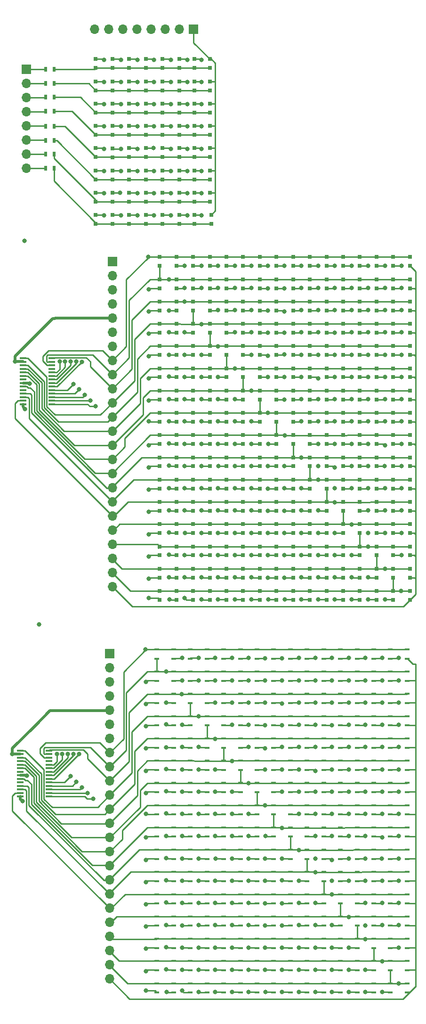
<source format=gbr>
%TF.GenerationSoftware,KiCad,Pcbnew,(5.1.9)-1*%
%TF.CreationDate,2021-06-16T16:09:48-07:00*%
%TF.ProjectId,noname,6e6f6e61-6d65-42e6-9b69-6361645f7063,rev?*%
%TF.SameCoordinates,Original*%
%TF.FileFunction,Copper,L1,Top*%
%TF.FilePolarity,Positive*%
%FSLAX46Y46*%
G04 Gerber Fmt 4.6, Leading zero omitted, Abs format (unit mm)*
G04 Created by KiCad (PCBNEW (5.1.9)-1) date 2021-06-16 16:09:48*
%MOMM*%
%LPD*%
G01*
G04 APERTURE LIST*
%TA.AperFunction,SMDPad,CuDef*%
%ADD10R,0.850000X0.400000*%
%TD*%
%TA.AperFunction,ComponentPad*%
%ADD11O,1.700000X1.700000*%
%TD*%
%TA.AperFunction,ComponentPad*%
%ADD12R,1.700000X1.700000*%
%TD*%
%TA.AperFunction,SMDPad,CuDef*%
%ADD13R,1.200000X0.400000*%
%TD*%
%TA.AperFunction,SMDPad,CuDef*%
%ADD14R,0.800000X0.800000*%
%TD*%
%TA.AperFunction,SMDPad,CuDef*%
%ADD15R,0.500000X0.900000*%
%TD*%
%TA.AperFunction,ViaPad*%
%ADD16C,0.800000*%
%TD*%
%TA.AperFunction,Conductor*%
%ADD17C,0.250000*%
%TD*%
%TA.AperFunction,Conductor*%
%ADD18C,0.508000*%
%TD*%
G04 APERTURE END LIST*
D10*
X85000000Y-185440000D03*
X85000000Y-187100000D03*
X85000000Y-181440000D03*
X85000000Y-183100000D03*
X85000000Y-177440000D03*
X85000000Y-179100000D03*
X85000000Y-173440000D03*
X85000000Y-175100000D03*
X85000000Y-169440000D03*
X85000000Y-171100000D03*
X85000000Y-165440000D03*
X85000000Y-167100000D03*
X85000000Y-161440000D03*
X85000000Y-163100000D03*
X85000000Y-157440000D03*
X85000000Y-159100000D03*
X85000000Y-153440000D03*
X85000000Y-155100000D03*
X85000000Y-149440000D03*
X85000000Y-151100000D03*
X85000000Y-145440000D03*
X85000000Y-147100000D03*
X85000000Y-141440000D03*
X85000000Y-143100000D03*
X85000000Y-137440000D03*
X85000000Y-139100000D03*
X85000000Y-133440000D03*
X85000000Y-135100000D03*
X85000000Y-129440000D03*
X85000000Y-131100000D03*
X85000000Y-125440000D03*
X85000000Y-127100000D03*
X82000000Y-185440000D03*
X82000000Y-187100000D03*
X82000000Y-181440000D03*
X82000000Y-183100000D03*
X82000000Y-177440000D03*
X82000000Y-179100000D03*
X82000000Y-173440000D03*
X82000000Y-175100000D03*
X82000000Y-169440000D03*
X82000000Y-171100000D03*
X82000000Y-165440000D03*
X82000000Y-167100000D03*
X82000000Y-161440000D03*
X82000000Y-163100000D03*
X82000000Y-157440000D03*
X82000000Y-159100000D03*
X82000000Y-153440000D03*
X82000000Y-155100000D03*
X82000000Y-149440000D03*
X82000000Y-151100000D03*
X82000000Y-145440000D03*
X82000000Y-147100000D03*
X82000000Y-141440000D03*
X82000000Y-143100000D03*
X82000000Y-137440000D03*
X82000000Y-139100000D03*
X82000000Y-133440000D03*
X82000000Y-135100000D03*
X82000000Y-129440000D03*
X82000000Y-131100000D03*
X82000000Y-125440000D03*
X82000000Y-127100000D03*
X79000000Y-185440000D03*
X79000000Y-187100000D03*
X79000000Y-181440000D03*
X79000000Y-183100000D03*
X79000000Y-177440000D03*
X79000000Y-179100000D03*
X79000000Y-173440000D03*
X79000000Y-175100000D03*
X79000000Y-169440000D03*
X79000000Y-171100000D03*
X79000000Y-165440000D03*
X79000000Y-167100000D03*
X79000000Y-161440000D03*
X79000000Y-163100000D03*
X79000000Y-157440000D03*
X79000000Y-159100000D03*
X79000000Y-153440000D03*
X79000000Y-155100000D03*
X79000000Y-149440000D03*
X79000000Y-151100000D03*
X79000000Y-145440000D03*
X79000000Y-147100000D03*
X79000000Y-141440000D03*
X79000000Y-143100000D03*
X79000000Y-137440000D03*
X79000000Y-139100000D03*
X79000000Y-133440000D03*
X79000000Y-135100000D03*
X79000000Y-129440000D03*
X79000000Y-131100000D03*
X79000000Y-125440000D03*
X79000000Y-127100000D03*
X76000000Y-185440000D03*
X76000000Y-187100000D03*
X76000000Y-181440000D03*
X76000000Y-183100000D03*
X76000000Y-177440000D03*
X76000000Y-179100000D03*
X76000000Y-173440000D03*
X76000000Y-175100000D03*
X76000000Y-169440000D03*
X76000000Y-171100000D03*
X76000000Y-165440000D03*
X76000000Y-167100000D03*
X76000000Y-161440000D03*
X76000000Y-163100000D03*
X76000000Y-157440000D03*
X76000000Y-159100000D03*
X76000000Y-153440000D03*
X76000000Y-155100000D03*
X76000000Y-149440000D03*
X76000000Y-151100000D03*
X76000000Y-145440000D03*
X76000000Y-147100000D03*
X76000000Y-141440000D03*
X76000000Y-143100000D03*
X76000000Y-137440000D03*
X76000000Y-139100000D03*
X76000000Y-133440000D03*
X76000000Y-135100000D03*
X76000000Y-129440000D03*
X76000000Y-131100000D03*
X76000000Y-125440000D03*
X76000000Y-127100000D03*
X73000000Y-185440000D03*
X73000000Y-187100000D03*
X73000000Y-181440000D03*
X73000000Y-183100000D03*
X73000000Y-177440000D03*
X73000000Y-179100000D03*
X73000000Y-173440000D03*
X73000000Y-175100000D03*
X73000000Y-169440000D03*
X73000000Y-171100000D03*
X73000000Y-165440000D03*
X73000000Y-167100000D03*
X73000000Y-161440000D03*
X73000000Y-163100000D03*
X73000000Y-157440000D03*
X73000000Y-159100000D03*
X73000000Y-153440000D03*
X73000000Y-155100000D03*
X73000000Y-149440000D03*
X73000000Y-151100000D03*
X73000000Y-145440000D03*
X73000000Y-147100000D03*
X73000000Y-141440000D03*
X73000000Y-143100000D03*
X73000000Y-137440000D03*
X73000000Y-139100000D03*
X73000000Y-133440000D03*
X73000000Y-135100000D03*
X73000000Y-129440000D03*
X73000000Y-131100000D03*
X73000000Y-125440000D03*
X73000000Y-127100000D03*
X70000000Y-185440000D03*
X70000000Y-187100000D03*
X70000000Y-181440000D03*
X70000000Y-183100000D03*
X70000000Y-177440000D03*
X70000000Y-179100000D03*
X70000000Y-173440000D03*
X70000000Y-175100000D03*
X70000000Y-169440000D03*
X70000000Y-171100000D03*
X70000000Y-165440000D03*
X70000000Y-167100000D03*
X70000000Y-161440000D03*
X70000000Y-163100000D03*
X70000000Y-157440000D03*
X70000000Y-159100000D03*
X70000000Y-153440000D03*
X70000000Y-155100000D03*
X70000000Y-149440000D03*
X70000000Y-151100000D03*
X70000000Y-145440000D03*
X70000000Y-147100000D03*
X70000000Y-141440000D03*
X70000000Y-143100000D03*
X70000000Y-137440000D03*
X70000000Y-139100000D03*
X70000000Y-133440000D03*
X70000000Y-135100000D03*
X70000000Y-129440000D03*
X70000000Y-131100000D03*
X70000000Y-125440000D03*
X70000000Y-127100000D03*
X67000000Y-185440000D03*
X67000000Y-187100000D03*
X67000000Y-181440000D03*
X67000000Y-183100000D03*
X67000000Y-177440000D03*
X67000000Y-179100000D03*
X67000000Y-173440000D03*
X67000000Y-175100000D03*
X67000000Y-169440000D03*
X67000000Y-171100000D03*
X67000000Y-165440000D03*
X67000000Y-167100000D03*
X67000000Y-161440000D03*
X67000000Y-163100000D03*
X67000000Y-157440000D03*
X67000000Y-159100000D03*
X67000000Y-153440000D03*
X67000000Y-155100000D03*
X67000000Y-149440000D03*
X67000000Y-151100000D03*
X67000000Y-145440000D03*
X67000000Y-147100000D03*
X67000000Y-141440000D03*
X67000000Y-143100000D03*
X67000000Y-137440000D03*
X67000000Y-139100000D03*
X67000000Y-133440000D03*
X67000000Y-135100000D03*
X67000000Y-129440000D03*
X67000000Y-131100000D03*
X67000000Y-125440000D03*
X67000000Y-127100000D03*
X64000000Y-185440000D03*
X64000000Y-187100000D03*
X64000000Y-181440000D03*
X64000000Y-183100000D03*
X64000000Y-177440000D03*
X64000000Y-179100000D03*
X64000000Y-173440000D03*
X64000000Y-175100000D03*
X64000000Y-169440000D03*
X64000000Y-171100000D03*
X64000000Y-165440000D03*
X64000000Y-167100000D03*
X64000000Y-161440000D03*
X64000000Y-163100000D03*
X64000000Y-157440000D03*
X64000000Y-159100000D03*
X64000000Y-153440000D03*
X64000000Y-155100000D03*
X64000000Y-149440000D03*
X64000000Y-151100000D03*
X64000000Y-145440000D03*
X64000000Y-147100000D03*
X64000000Y-141440000D03*
X64000000Y-143100000D03*
X64000000Y-137440000D03*
X64000000Y-139100000D03*
X64000000Y-133440000D03*
X64000000Y-135100000D03*
X64000000Y-129440000D03*
X64000000Y-131100000D03*
X64000000Y-125440000D03*
X64000000Y-127100000D03*
X61000000Y-185440000D03*
X61000000Y-187100000D03*
X61000000Y-181440000D03*
X61000000Y-183100000D03*
X61000000Y-177440000D03*
X61000000Y-179100000D03*
X61000000Y-173440000D03*
X61000000Y-175100000D03*
X61000000Y-169440000D03*
X61000000Y-171100000D03*
X61000000Y-165440000D03*
X61000000Y-167100000D03*
X61000000Y-161440000D03*
X61000000Y-163100000D03*
X61000000Y-157440000D03*
X61000000Y-159100000D03*
X61000000Y-153440000D03*
X61000000Y-155100000D03*
X61000000Y-149440000D03*
X61000000Y-151100000D03*
X61000000Y-145440000D03*
X61000000Y-147100000D03*
X61000000Y-141440000D03*
X61000000Y-143100000D03*
X61000000Y-137440000D03*
X61000000Y-139100000D03*
X61000000Y-133440000D03*
X61000000Y-135100000D03*
X61000000Y-129440000D03*
X61000000Y-131100000D03*
X61000000Y-125440000D03*
X61000000Y-127100000D03*
X58000000Y-185440000D03*
X58000000Y-187100000D03*
X58000000Y-181440000D03*
X58000000Y-183100000D03*
X58000000Y-177440000D03*
X58000000Y-179100000D03*
X58000000Y-173440000D03*
X58000000Y-175100000D03*
X58000000Y-169440000D03*
X58000000Y-171100000D03*
X58000000Y-165440000D03*
X58000000Y-167100000D03*
X58000000Y-161440000D03*
X58000000Y-163100000D03*
X58000000Y-157440000D03*
X58000000Y-159100000D03*
X58000000Y-153440000D03*
X58000000Y-155100000D03*
X58000000Y-149440000D03*
X58000000Y-151100000D03*
X58000000Y-145440000D03*
X58000000Y-147100000D03*
X58000000Y-141440000D03*
X58000000Y-143100000D03*
X58000000Y-137440000D03*
X58000000Y-139100000D03*
X58000000Y-133440000D03*
X58000000Y-135100000D03*
X58000000Y-129440000D03*
X58000000Y-131100000D03*
X58000000Y-125440000D03*
X58000000Y-127100000D03*
X55000000Y-185440000D03*
X55000000Y-187100000D03*
X55000000Y-181440000D03*
X55000000Y-183100000D03*
X55000000Y-177440000D03*
X55000000Y-179100000D03*
X55000000Y-173440000D03*
X55000000Y-175100000D03*
X55000000Y-169440000D03*
X55000000Y-171100000D03*
X55000000Y-165440000D03*
X55000000Y-167100000D03*
X55000000Y-161440000D03*
X55000000Y-163100000D03*
X55000000Y-157440000D03*
X55000000Y-159100000D03*
X55000000Y-153440000D03*
X55000000Y-155100000D03*
X55000000Y-149440000D03*
X55000000Y-151100000D03*
X55000000Y-145440000D03*
X55000000Y-147100000D03*
X55000000Y-141440000D03*
X55000000Y-143100000D03*
X55000000Y-137440000D03*
X55000000Y-139100000D03*
X55000000Y-133440000D03*
X55000000Y-135100000D03*
X55000000Y-129440000D03*
X55000000Y-131100000D03*
X55000000Y-125440000D03*
X55000000Y-127100000D03*
X52000000Y-185440000D03*
X52000000Y-187100000D03*
X52000000Y-181440000D03*
X52000000Y-183100000D03*
X52000000Y-177440000D03*
X52000000Y-179100000D03*
X52000000Y-173440000D03*
X52000000Y-175100000D03*
X52000000Y-169440000D03*
X52000000Y-171100000D03*
X52000000Y-165440000D03*
X52000000Y-167100000D03*
X52000000Y-161440000D03*
X52000000Y-163100000D03*
X52000000Y-157440000D03*
X52000000Y-159100000D03*
X52000000Y-153440000D03*
X52000000Y-155100000D03*
X52000000Y-149440000D03*
X52000000Y-151100000D03*
X52000000Y-145440000D03*
X52000000Y-147100000D03*
X52000000Y-141440000D03*
X52000000Y-143100000D03*
X52000000Y-137440000D03*
X52000000Y-139100000D03*
X52000000Y-133440000D03*
X52000000Y-135100000D03*
X52000000Y-129440000D03*
X52000000Y-131100000D03*
X52000000Y-125440000D03*
X52000000Y-127100000D03*
X49000000Y-185440000D03*
X49000000Y-187100000D03*
X49000000Y-181440000D03*
X49000000Y-183100000D03*
X49000000Y-177440000D03*
X49000000Y-179100000D03*
X49000000Y-173440000D03*
X49000000Y-175100000D03*
X49000000Y-169440000D03*
X49000000Y-171100000D03*
X49000000Y-165440000D03*
X49000000Y-167100000D03*
X49000000Y-161440000D03*
X49000000Y-163100000D03*
X49000000Y-157440000D03*
X49000000Y-159100000D03*
X49000000Y-153440000D03*
X49000000Y-155100000D03*
X49000000Y-149440000D03*
X49000000Y-151100000D03*
X49000000Y-145440000D03*
X49000000Y-147100000D03*
X49000000Y-141440000D03*
X49000000Y-143100000D03*
X49000000Y-137440000D03*
X49000000Y-139100000D03*
X49000000Y-133440000D03*
X49000000Y-135100000D03*
X49000000Y-129440000D03*
X49000000Y-131100000D03*
X49000000Y-125440000D03*
X49000000Y-127100000D03*
X46000000Y-185440000D03*
X46000000Y-187100000D03*
X46000000Y-181440000D03*
X46000000Y-183100000D03*
X46000000Y-177440000D03*
X46000000Y-179100000D03*
X46000000Y-173440000D03*
X46000000Y-175100000D03*
X46000000Y-169440000D03*
X46000000Y-171100000D03*
X46000000Y-165440000D03*
X46000000Y-167100000D03*
X46000000Y-161440000D03*
X46000000Y-163100000D03*
X46000000Y-157440000D03*
X46000000Y-159100000D03*
X46000000Y-153440000D03*
X46000000Y-155100000D03*
X46000000Y-149440000D03*
X46000000Y-151100000D03*
X46000000Y-145440000D03*
X46000000Y-147100000D03*
X46000000Y-141440000D03*
X46000000Y-143100000D03*
X46000000Y-137440000D03*
X46000000Y-139100000D03*
X46000000Y-133440000D03*
X46000000Y-135100000D03*
X46000000Y-129440000D03*
X46000000Y-131100000D03*
X46000000Y-125440000D03*
X46000000Y-127100000D03*
X43000000Y-185440000D03*
X43000000Y-187100000D03*
X43000000Y-181440000D03*
X43000000Y-183100000D03*
X43000000Y-177440000D03*
X43000000Y-179100000D03*
X43000000Y-173440000D03*
X43000000Y-175100000D03*
X43000000Y-169440000D03*
X43000000Y-171100000D03*
X43000000Y-165440000D03*
X43000000Y-167100000D03*
X43000000Y-161440000D03*
X43000000Y-163100000D03*
X43000000Y-157440000D03*
X43000000Y-159100000D03*
X43000000Y-153440000D03*
X43000000Y-155100000D03*
X43000000Y-149440000D03*
X43000000Y-151100000D03*
X43000000Y-145440000D03*
X43000000Y-147100000D03*
X43000000Y-141440000D03*
X43000000Y-143100000D03*
X43000000Y-137440000D03*
X43000000Y-139100000D03*
X43000000Y-133440000D03*
X43000000Y-135100000D03*
X43000000Y-129440000D03*
X43000000Y-131100000D03*
X43000000Y-125440000D03*
X43000000Y-127100000D03*
X40000000Y-185440000D03*
X40000000Y-187100000D03*
X40000000Y-181440000D03*
X40000000Y-183100000D03*
X40000000Y-177440000D03*
X40000000Y-179100000D03*
X40000000Y-173440000D03*
X40000000Y-175100000D03*
X40000000Y-169440000D03*
X40000000Y-171100000D03*
X40000000Y-165440000D03*
X40000000Y-167100000D03*
X40000000Y-161440000D03*
X40000000Y-163100000D03*
X40000000Y-157440000D03*
X40000000Y-159100000D03*
X40000000Y-153440000D03*
X40000000Y-155100000D03*
X40000000Y-149440000D03*
X40000000Y-151100000D03*
X40000000Y-145440000D03*
X40000000Y-147100000D03*
X40000000Y-141440000D03*
X40000000Y-143100000D03*
X40000000Y-137440000D03*
X40000000Y-139100000D03*
X40000000Y-133440000D03*
X40000000Y-135100000D03*
X40000000Y-129440000D03*
X40000000Y-131100000D03*
X40000000Y-127100000D03*
X40000000Y-125440000D03*
D11*
X31500000Y-184670000D03*
X31500000Y-182130000D03*
X31500000Y-179590000D03*
X31500000Y-177050000D03*
X31500000Y-174510000D03*
X31500000Y-171970000D03*
X31500000Y-169430000D03*
X31500000Y-166890000D03*
X31500000Y-164350000D03*
X31500000Y-161810000D03*
X31500000Y-159270000D03*
X31500000Y-156730000D03*
X31500000Y-154190000D03*
X31500000Y-151650000D03*
X31500000Y-149110000D03*
X31500000Y-146570000D03*
X31500000Y-144030000D03*
X31500000Y-141490000D03*
X31500000Y-138950000D03*
X31500000Y-136410000D03*
X31500000Y-133870000D03*
X31500000Y-131330000D03*
X31500000Y-128790000D03*
D12*
X31500000Y-126250000D03*
D13*
X15400000Y-151877500D03*
X15400000Y-151242500D03*
X15400000Y-150607500D03*
X15400000Y-149972500D03*
X15400000Y-149337500D03*
X15400000Y-148702500D03*
X15400000Y-148067500D03*
X15400000Y-147432500D03*
X15400000Y-146797500D03*
X15400000Y-146162500D03*
X15400000Y-145527500D03*
X15400000Y-144892500D03*
X15400000Y-144257500D03*
X15400000Y-143622500D03*
X20600000Y-143622500D03*
X20600000Y-144257500D03*
X20600000Y-144892500D03*
X20600000Y-145527500D03*
X20600000Y-146162500D03*
X20600000Y-146797500D03*
X20600000Y-147432500D03*
X20600000Y-148067500D03*
X20600000Y-148702500D03*
X20600000Y-149337500D03*
X20600000Y-149972500D03*
X20600000Y-150607500D03*
X20600000Y-151242500D03*
X20600000Y-151877500D03*
D14*
X29000000Y-19400000D03*
X29000000Y-21000000D03*
X29000000Y-23400000D03*
X29000000Y-25000000D03*
X29000000Y-27400000D03*
X29000000Y-29000000D03*
X29000000Y-31400000D03*
X29000000Y-33000000D03*
X29000000Y-35400000D03*
X29000000Y-37000000D03*
X29000000Y-39400000D03*
X29000000Y-41000000D03*
X29000000Y-43400000D03*
X29000000Y-45000000D03*
X29000000Y-47400000D03*
X29000000Y-49000000D03*
X32000000Y-19400000D03*
X32000000Y-21000000D03*
X32000000Y-23400000D03*
X32000000Y-25000000D03*
X32000000Y-27400000D03*
X32000000Y-29000000D03*
X32000000Y-31400000D03*
X32000000Y-33000000D03*
X32000000Y-35450000D03*
X32000000Y-37050000D03*
X32000000Y-39400000D03*
X32000000Y-41000000D03*
X32000000Y-43400000D03*
X32000000Y-45000000D03*
X32000000Y-47400000D03*
X32000000Y-49000000D03*
X35000000Y-19400000D03*
X35000000Y-21000000D03*
X35000000Y-23400000D03*
X35000000Y-25000000D03*
X35000000Y-27400000D03*
X35000000Y-29000000D03*
X35000000Y-31400000D03*
X35000000Y-33000000D03*
X35000000Y-35400000D03*
X35000000Y-37000000D03*
X35000000Y-39400000D03*
X35000000Y-41000000D03*
X35000000Y-43400000D03*
X35000000Y-45000000D03*
X35000000Y-47400000D03*
X35000000Y-49000000D03*
X38000000Y-19400000D03*
X38000000Y-21000000D03*
X38000000Y-23400000D03*
X38000000Y-25000000D03*
X38000000Y-27400000D03*
X38000000Y-29000000D03*
X38000000Y-31400000D03*
X38000000Y-33000000D03*
X38000000Y-35400000D03*
X38000000Y-37000000D03*
X38000000Y-39400000D03*
X38000000Y-41000000D03*
X38000000Y-43400000D03*
X38000000Y-45000000D03*
X38000000Y-47400000D03*
X38000000Y-49000000D03*
X41000000Y-19400000D03*
X41000000Y-21000000D03*
X41000000Y-23400000D03*
X41000000Y-25000000D03*
X41000000Y-27400000D03*
X41000000Y-29000000D03*
X41000000Y-31400000D03*
X41000000Y-33000000D03*
X41000000Y-35400000D03*
X41000000Y-37000000D03*
X41000000Y-39400000D03*
X41000000Y-41000000D03*
X41000000Y-43400000D03*
X41000000Y-45000000D03*
X41000000Y-47400000D03*
X41000000Y-49000000D03*
X44000000Y-19400000D03*
X44000000Y-21000000D03*
X44000000Y-23400000D03*
X44000000Y-25000000D03*
X44000000Y-27400000D03*
X44000000Y-29000000D03*
X44000000Y-31400000D03*
X44000000Y-33000000D03*
X44000000Y-35400000D03*
X44000000Y-37000000D03*
X44000000Y-39400000D03*
X44000000Y-41000000D03*
X44000000Y-43400000D03*
X44000000Y-45000000D03*
X44000000Y-47400000D03*
X44000000Y-49000000D03*
X46750000Y-19400000D03*
X46750000Y-21000000D03*
X46750000Y-23400000D03*
X46750000Y-25000000D03*
X46750000Y-27400000D03*
X46750000Y-29000000D03*
X46750000Y-31400000D03*
X46750000Y-33000000D03*
X46750000Y-35400000D03*
X46750000Y-37000000D03*
X46750000Y-39400000D03*
X46750000Y-41000000D03*
X46750000Y-43400000D03*
X46750000Y-45000000D03*
X46750000Y-47400000D03*
X46750000Y-49000000D03*
X49500000Y-19400000D03*
X49500000Y-21000000D03*
X49500000Y-23400000D03*
X49500000Y-25000000D03*
X49500000Y-27400000D03*
X49500000Y-29000000D03*
X49500000Y-31400000D03*
X49500000Y-33000000D03*
X49500000Y-35400000D03*
X49500000Y-37000000D03*
X49500000Y-39400000D03*
X49500000Y-41000000D03*
X49500000Y-43400000D03*
X49500000Y-45000000D03*
X49750000Y-47400000D03*
X49750000Y-49000000D03*
X40500000Y-54950000D03*
X40500000Y-56550000D03*
X40500000Y-58950000D03*
X40500000Y-60550000D03*
X40500000Y-62950000D03*
X40500000Y-64550000D03*
X40500000Y-66950000D03*
X40500000Y-68550000D03*
X40500000Y-70950000D03*
X40500000Y-72550000D03*
X40500000Y-74950000D03*
X40500000Y-76550000D03*
X40500000Y-78950000D03*
X40500000Y-80550000D03*
X40500000Y-82950000D03*
X40500000Y-84550000D03*
X40500000Y-86950000D03*
X40500000Y-88550000D03*
X40500000Y-90950000D03*
X40500000Y-92550000D03*
X40500000Y-94950000D03*
X40500000Y-96550000D03*
X40500000Y-98950000D03*
X40500000Y-100550000D03*
X40500000Y-102950000D03*
X40500000Y-104550000D03*
X40500000Y-106950000D03*
X40500000Y-108550000D03*
X40500000Y-110950000D03*
X40500000Y-112550000D03*
X40500000Y-114950000D03*
X40500000Y-116550000D03*
X43500000Y-54950000D03*
X43500000Y-56550000D03*
X43500000Y-58950000D03*
X43500000Y-60550000D03*
X43500000Y-62950000D03*
X43500000Y-64550000D03*
X43500000Y-66950000D03*
X43500000Y-68550000D03*
X43500000Y-70950000D03*
X43500000Y-72550000D03*
X43500000Y-74950000D03*
X43500000Y-76550000D03*
X43500000Y-78950000D03*
X43500000Y-80550000D03*
X43500000Y-82950000D03*
X43500000Y-84550000D03*
X43500000Y-86950000D03*
X43500000Y-88550000D03*
X43500000Y-90950000D03*
X43500000Y-92550000D03*
X43500000Y-94950000D03*
X43500000Y-96550000D03*
X43500000Y-98950000D03*
X43500000Y-100550000D03*
X43500000Y-102950000D03*
X43500000Y-104550000D03*
X43500000Y-106950000D03*
X43500000Y-108550000D03*
X43500000Y-110950000D03*
X43500000Y-112550000D03*
X43500000Y-114950000D03*
X43500000Y-116550000D03*
X46500000Y-54950000D03*
X46500000Y-56550000D03*
X46500000Y-58950000D03*
X46500000Y-60550000D03*
X46500000Y-62950000D03*
X46500000Y-64550000D03*
X46500000Y-66950000D03*
X46500000Y-68550000D03*
X46500000Y-70950000D03*
X46500000Y-72550000D03*
X46500000Y-74950000D03*
X46500000Y-76550000D03*
X46500000Y-78950000D03*
X46500000Y-80550000D03*
X46500000Y-82950000D03*
X46500000Y-84550000D03*
X46500000Y-86950000D03*
X46500000Y-88550000D03*
X46500000Y-90950000D03*
X46500000Y-92550000D03*
X46500000Y-94950000D03*
X46500000Y-96550000D03*
X46500000Y-98950000D03*
X46500000Y-100550000D03*
X46500000Y-102950000D03*
X46500000Y-104550000D03*
X46500000Y-106950000D03*
X46500000Y-108550000D03*
X46500000Y-110950000D03*
X46500000Y-112550000D03*
X46500000Y-114950000D03*
X46500000Y-116550000D03*
X49500000Y-54950000D03*
X49500000Y-56550000D03*
X49500000Y-58950000D03*
X49500000Y-60550000D03*
X49500000Y-62950000D03*
X49500000Y-64550000D03*
X49500000Y-66950000D03*
X49500000Y-68550000D03*
X49500000Y-70950000D03*
X49500000Y-72550000D03*
X49500000Y-74950000D03*
X49500000Y-76550000D03*
X49500000Y-78950000D03*
X49500000Y-80550000D03*
X49500000Y-82950000D03*
X49500000Y-84550000D03*
X49500000Y-86950000D03*
X49500000Y-88550000D03*
X49500000Y-90950000D03*
X49500000Y-92550000D03*
X49500000Y-94950000D03*
X49500000Y-96550000D03*
X49500000Y-98950000D03*
X49500000Y-100550000D03*
X49500000Y-102950000D03*
X49500000Y-104550000D03*
X49500000Y-106950000D03*
X49500000Y-108550000D03*
X49500000Y-110950000D03*
X49500000Y-112550000D03*
X49500000Y-114950000D03*
X49500000Y-116550000D03*
X52500000Y-54950000D03*
X52500000Y-56550000D03*
X52500000Y-58950000D03*
X52500000Y-60550000D03*
X52500000Y-62950000D03*
X52500000Y-64550000D03*
X52500000Y-66950000D03*
X52500000Y-68550000D03*
X52500000Y-70950000D03*
X52500000Y-72550000D03*
X52500000Y-74950000D03*
X52500000Y-76550000D03*
X52500000Y-78950000D03*
X52500000Y-80550000D03*
X52500000Y-82950000D03*
X52500000Y-84550000D03*
X52500000Y-86950000D03*
X52500000Y-88550000D03*
X52500000Y-90950000D03*
X52500000Y-92550000D03*
X52500000Y-94950000D03*
X52500000Y-96550000D03*
X52500000Y-98950000D03*
X52500000Y-100550000D03*
X52500000Y-102950000D03*
X52500000Y-104550000D03*
X52500000Y-106950000D03*
X52500000Y-108550000D03*
X52500000Y-110950000D03*
X52500000Y-112550000D03*
X52500000Y-114950000D03*
X52500000Y-116550000D03*
X55500000Y-54950000D03*
X55500000Y-56550000D03*
X55500000Y-58950000D03*
X55500000Y-60550000D03*
X55500000Y-62950000D03*
X55500000Y-64550000D03*
X55500000Y-66950000D03*
X55500000Y-68550000D03*
X55500000Y-70950000D03*
X55500000Y-72550000D03*
X55500000Y-74950000D03*
X55500000Y-76550000D03*
X55500000Y-78950000D03*
X55500000Y-80550000D03*
X55500000Y-82950000D03*
X55500000Y-84550000D03*
X55500000Y-86950000D03*
X55500000Y-88550000D03*
X55500000Y-90950000D03*
X55500000Y-92550000D03*
X55500000Y-94950000D03*
X55500000Y-96550000D03*
X55500000Y-98950000D03*
X55500000Y-100550000D03*
X55500000Y-102950000D03*
X55500000Y-104550000D03*
X55500000Y-106950000D03*
X55500000Y-108550000D03*
X55500000Y-110950000D03*
X55500000Y-112550000D03*
X55500000Y-114950000D03*
X55500000Y-116550000D03*
X58500000Y-54950000D03*
X58500000Y-56550000D03*
X58500000Y-58950000D03*
X58500000Y-60550000D03*
X58500000Y-62950000D03*
X58500000Y-64550000D03*
X58500000Y-66950000D03*
X58500000Y-68550000D03*
X58500000Y-70950000D03*
X58500000Y-72550000D03*
X58500000Y-74950000D03*
X58500000Y-76550000D03*
X58500000Y-78950000D03*
X58500000Y-80550000D03*
X58500000Y-82950000D03*
X58500000Y-84550000D03*
X58500000Y-86950000D03*
X58500000Y-88550000D03*
X58500000Y-90950000D03*
X58500000Y-92550000D03*
X58500000Y-94950000D03*
X58500000Y-96550000D03*
X58500000Y-98950000D03*
X58500000Y-100550000D03*
X58500000Y-102950000D03*
X58500000Y-104550000D03*
X58500000Y-106950000D03*
X58500000Y-108550000D03*
X58500000Y-110950000D03*
X58500000Y-112550000D03*
X58500000Y-114950000D03*
X58500000Y-116550000D03*
X61500000Y-54950000D03*
X61500000Y-56550000D03*
X61500000Y-58950000D03*
X61500000Y-60550000D03*
X61500000Y-62950000D03*
X61500000Y-64550000D03*
X61500000Y-66950000D03*
X61500000Y-68550000D03*
X61500000Y-70950000D03*
X61500000Y-72550000D03*
X61500000Y-74950000D03*
X61500000Y-76550000D03*
X61500000Y-78950000D03*
X61500000Y-80550000D03*
X61500000Y-82950000D03*
X61500000Y-84550000D03*
X61500000Y-86950000D03*
X61500000Y-88550000D03*
X61500000Y-90950000D03*
X61500000Y-92550000D03*
X61500000Y-94950000D03*
X61500000Y-96550000D03*
X61500000Y-98950000D03*
X61500000Y-100550000D03*
X61500000Y-102950000D03*
X61500000Y-104550000D03*
X61500000Y-106950000D03*
X61500000Y-108550000D03*
X61500000Y-110950000D03*
X61500000Y-112550000D03*
X61500000Y-114950000D03*
X61500000Y-116550000D03*
X64500000Y-54950000D03*
X64500000Y-56550000D03*
X64500000Y-58950000D03*
X64500000Y-60550000D03*
X64500000Y-62950000D03*
X64500000Y-64550000D03*
X64500000Y-66950000D03*
X64500000Y-68550000D03*
X64500000Y-70950000D03*
X64500000Y-72550000D03*
X64500000Y-74950000D03*
X64500000Y-76550000D03*
X64500000Y-78950000D03*
X64500000Y-80550000D03*
X64500000Y-82950000D03*
X64500000Y-84550000D03*
X64500000Y-86950000D03*
X64500000Y-88550000D03*
X64500000Y-90950000D03*
X64500000Y-92550000D03*
X64500000Y-94950000D03*
X64500000Y-96550000D03*
X64500000Y-98950000D03*
X64500000Y-100550000D03*
X64500000Y-102950000D03*
X64500000Y-104550000D03*
X64500000Y-106950000D03*
X64500000Y-108550000D03*
X64500000Y-110950000D03*
X64500000Y-112550000D03*
X64500000Y-114950000D03*
X64500000Y-116550000D03*
X67500000Y-54950000D03*
X67500000Y-56550000D03*
X67500000Y-58950000D03*
X67500000Y-60550000D03*
X67500000Y-62950000D03*
X67500000Y-64550000D03*
X67500000Y-66950000D03*
X67500000Y-68550000D03*
X67500000Y-70950000D03*
X67500000Y-72550000D03*
X67500000Y-74950000D03*
X67500000Y-76550000D03*
X67500000Y-78950000D03*
X67500000Y-80550000D03*
X67500000Y-82950000D03*
X67500000Y-84550000D03*
X67500000Y-86950000D03*
X67500000Y-88550000D03*
X67500000Y-90950000D03*
X67500000Y-92550000D03*
X67500000Y-94950000D03*
X67500000Y-96550000D03*
X67500000Y-98950000D03*
X67500000Y-100550000D03*
X67500000Y-102950000D03*
X67500000Y-104550000D03*
X67500000Y-106950000D03*
X67500000Y-108550000D03*
X67500000Y-110950000D03*
X67500000Y-112550000D03*
X67500000Y-114950000D03*
X67500000Y-116550000D03*
X70500000Y-54950000D03*
X70500000Y-56550000D03*
X70500000Y-58950000D03*
X70500000Y-60550000D03*
X70500000Y-62950000D03*
X70500000Y-64550000D03*
X70500000Y-66950000D03*
X70500000Y-68550000D03*
X70500000Y-70950000D03*
X70500000Y-72550000D03*
X70500000Y-74950000D03*
X70500000Y-76550000D03*
X70500000Y-78950000D03*
X70500000Y-80550000D03*
X70500000Y-82950000D03*
X70500000Y-84550000D03*
X70500000Y-86950000D03*
X70500000Y-88550000D03*
X70500000Y-90950000D03*
X70500000Y-92550000D03*
X70500000Y-94950000D03*
X70500000Y-96550000D03*
X70500000Y-98950000D03*
X70500000Y-100550000D03*
X70500000Y-102950000D03*
X70500000Y-104550000D03*
X70500000Y-106950000D03*
X70500000Y-108550000D03*
X70500000Y-110950000D03*
X70500000Y-112550000D03*
X70500000Y-114950000D03*
X70500000Y-116550000D03*
X73500000Y-54950000D03*
X73500000Y-56550000D03*
X73500000Y-58950000D03*
X73500000Y-60550000D03*
X73500000Y-62950000D03*
X73500000Y-64550000D03*
X73500000Y-66950000D03*
X73500000Y-68550000D03*
X73500000Y-70950000D03*
X73500000Y-72550000D03*
X73500000Y-74950000D03*
X73500000Y-76550000D03*
X73500000Y-78950000D03*
X73500000Y-80550000D03*
X73500000Y-82950000D03*
X73500000Y-84550000D03*
X73500000Y-86950000D03*
X73500000Y-88550000D03*
X73500000Y-90950000D03*
X73500000Y-92550000D03*
X73500000Y-94950000D03*
X73500000Y-96550000D03*
X73500000Y-98950000D03*
X73500000Y-100550000D03*
X73500000Y-102950000D03*
X73500000Y-104550000D03*
X73500000Y-106950000D03*
X73500000Y-108550000D03*
X73500000Y-110950000D03*
X73500000Y-112550000D03*
X73500000Y-114950000D03*
X73500000Y-116550000D03*
X76500000Y-54950000D03*
X76500000Y-56550000D03*
X76500000Y-58950000D03*
X76500000Y-60550000D03*
X76500000Y-62950000D03*
X76500000Y-64550000D03*
X76500000Y-66950000D03*
X76500000Y-68550000D03*
X76500000Y-70950000D03*
X76500000Y-72550000D03*
X76500000Y-74950000D03*
X76500000Y-76550000D03*
X76500000Y-78950000D03*
X76500000Y-80550000D03*
X76500000Y-82950000D03*
X76500000Y-84550000D03*
X76500000Y-86950000D03*
X76500000Y-88550000D03*
X76500000Y-90950000D03*
X76500000Y-92550000D03*
X76500000Y-94950000D03*
X76500000Y-96550000D03*
X76500000Y-98950000D03*
X76500000Y-100550000D03*
X76500000Y-102950000D03*
X76500000Y-104550000D03*
X76500000Y-106950000D03*
X76500000Y-108550000D03*
X76500000Y-110950000D03*
X76500000Y-112550000D03*
X76500000Y-114950000D03*
X76500000Y-116550000D03*
X79500000Y-54950000D03*
X79500000Y-56550000D03*
X79500000Y-58950000D03*
X79500000Y-60550000D03*
X79500000Y-62950000D03*
X79500000Y-64550000D03*
X79500000Y-66950000D03*
X79500000Y-68550000D03*
X79500000Y-70950000D03*
X79500000Y-72550000D03*
X79500000Y-74950000D03*
X79500000Y-76550000D03*
X79500000Y-78950000D03*
X79500000Y-80550000D03*
X79500000Y-82950000D03*
X79500000Y-84550000D03*
X79500000Y-86950000D03*
X79500000Y-88550000D03*
X79500000Y-90950000D03*
X79500000Y-92550000D03*
X79500000Y-94950000D03*
X79500000Y-96550000D03*
X79500000Y-98950000D03*
X79500000Y-100550000D03*
X79500000Y-102950000D03*
X79500000Y-104550000D03*
X79500000Y-106950000D03*
X79500000Y-108550000D03*
X79500000Y-110950000D03*
X79500000Y-112550000D03*
X79500000Y-114950000D03*
X79500000Y-116550000D03*
X82500000Y-54950000D03*
X82500000Y-56550000D03*
X82500000Y-58950000D03*
X82500000Y-60550000D03*
X82500000Y-62950000D03*
X82500000Y-64550000D03*
X82500000Y-66950000D03*
X82500000Y-68550000D03*
X82500000Y-70950000D03*
X82500000Y-72550000D03*
X82500000Y-74950000D03*
X82500000Y-76550000D03*
X82500000Y-78950000D03*
X82500000Y-80550000D03*
X82500000Y-82950000D03*
X82500000Y-84550000D03*
X82500000Y-86950000D03*
X82500000Y-88550000D03*
X82500000Y-90950000D03*
X82500000Y-92550000D03*
X82500000Y-94950000D03*
X82500000Y-96550000D03*
X82500000Y-98950000D03*
X82500000Y-100550000D03*
X82500000Y-102950000D03*
X82500000Y-104550000D03*
X82500000Y-106950000D03*
X82500000Y-108550000D03*
X82500000Y-110950000D03*
X82500000Y-112550000D03*
X82500000Y-114950000D03*
X82500000Y-116550000D03*
X85500000Y-54950000D03*
X85500000Y-56550000D03*
X85500000Y-58950000D03*
X85500000Y-60550000D03*
X85500000Y-62950000D03*
X85500000Y-64550000D03*
X85500000Y-66950000D03*
X85500000Y-68550000D03*
X85500000Y-70950000D03*
X85500000Y-72550000D03*
X85500000Y-74950000D03*
X85500000Y-76550000D03*
X85500000Y-78950000D03*
X85500000Y-80550000D03*
X85500000Y-82950000D03*
X85500000Y-84550000D03*
X85500000Y-86950000D03*
X85500000Y-88550000D03*
X85500000Y-90950000D03*
X85500000Y-92550000D03*
X85500000Y-94950000D03*
X85500000Y-96550000D03*
X85500000Y-98950000D03*
X85500000Y-100550000D03*
X85500000Y-102950000D03*
X85500000Y-104550000D03*
X85500000Y-106950000D03*
X85500000Y-108550000D03*
X85500000Y-110950000D03*
X85500000Y-112550000D03*
X85500000Y-114950000D03*
X85500000Y-116550000D03*
D12*
X32000000Y-55750000D03*
D11*
X32000000Y-58290000D03*
X32000000Y-60830000D03*
X32000000Y-63370000D03*
X32000000Y-65910000D03*
X32000000Y-68450000D03*
X32000000Y-70990000D03*
X32000000Y-73530000D03*
X32000000Y-76070000D03*
X32000000Y-78610000D03*
X32000000Y-81150000D03*
X32000000Y-83690000D03*
X32000000Y-86230000D03*
X32000000Y-88770000D03*
X32000000Y-91310000D03*
X32000000Y-93850000D03*
X32000000Y-96390000D03*
X32000000Y-98930000D03*
X32000000Y-101470000D03*
X32000000Y-104010000D03*
X32000000Y-106550000D03*
X32000000Y-109090000D03*
X32000000Y-111630000D03*
X32000000Y-114170000D03*
D13*
X21100000Y-81377500D03*
X21100000Y-80742500D03*
X21100000Y-80107500D03*
X21100000Y-79472500D03*
X21100000Y-78837500D03*
X21100000Y-78202500D03*
X21100000Y-77567500D03*
X21100000Y-76932500D03*
X21100000Y-76297500D03*
X21100000Y-75662500D03*
X21100000Y-75027500D03*
X21100000Y-74392500D03*
X21100000Y-73757500D03*
X21100000Y-73122500D03*
X15900000Y-73122500D03*
X15900000Y-73757500D03*
X15900000Y-74392500D03*
X15900000Y-75027500D03*
X15900000Y-75662500D03*
X15900000Y-76297500D03*
X15900000Y-76932500D03*
X15900000Y-77567500D03*
X15900000Y-78202500D03*
X15900000Y-78837500D03*
X15900000Y-79472500D03*
X15900000Y-80107500D03*
X15900000Y-80742500D03*
X15900000Y-81377500D03*
D15*
X20000000Y-39000000D03*
X21500000Y-39000000D03*
X20000000Y-36500000D03*
X21500000Y-36500000D03*
X20000000Y-34000000D03*
X21500000Y-34000000D03*
X20000000Y-31500000D03*
X21500000Y-31500000D03*
X20000000Y-28750000D03*
X21500000Y-28750000D03*
X20000000Y-26250000D03*
X21500000Y-26250000D03*
X20000000Y-23750000D03*
X21500000Y-23750000D03*
X20000000Y-21250000D03*
X21500000Y-21250000D03*
D12*
X46580000Y-14000000D03*
D11*
X44040000Y-14000000D03*
X41500000Y-14000000D03*
X38960000Y-14000000D03*
X36420000Y-14000000D03*
X33880000Y-14000000D03*
X31340000Y-14000000D03*
X28800000Y-14000000D03*
D12*
X16500000Y-21250000D03*
D11*
X16500000Y-23790000D03*
X16500000Y-26330000D03*
X16500000Y-28870000D03*
X16500000Y-31410000D03*
X16500000Y-33950000D03*
X16500000Y-36490000D03*
X16500000Y-39030000D03*
D16*
X30500000Y-19500000D03*
X30500000Y-23500000D03*
X30500000Y-27500000D03*
X30500000Y-31500000D03*
X30500000Y-35500000D03*
X30500000Y-39500000D03*
X30500000Y-43500000D03*
X30500000Y-47500000D03*
X33500000Y-47500000D03*
X33400000Y-43400000D03*
X33500000Y-39500000D03*
X33500000Y-35500000D03*
X33500000Y-31500000D03*
X33500000Y-27500000D03*
X33500000Y-23500000D03*
X33500000Y-19500000D03*
X36500000Y-19500000D03*
X36500000Y-23500000D03*
X36500000Y-27500000D03*
X36500000Y-31500000D03*
X36500000Y-35500000D03*
X36500000Y-39500000D03*
X36500000Y-43500000D03*
X36500000Y-47500000D03*
X39500000Y-47500000D03*
X39500000Y-43500000D03*
X39500000Y-39500000D03*
X39400000Y-35400000D03*
X39500000Y-31500000D03*
X39500000Y-27500000D03*
X39500000Y-23500000D03*
X39500000Y-19500000D03*
X42500000Y-19500000D03*
X42500000Y-23500000D03*
X42500000Y-27500000D03*
X42500000Y-31500000D03*
X42500000Y-35500000D03*
X42500000Y-39500000D03*
X42500000Y-43500000D03*
X42500000Y-47500000D03*
X45500000Y-47500000D03*
X45500000Y-43500000D03*
X45500000Y-39500000D03*
X45500000Y-35500000D03*
X45500000Y-31500000D03*
X45500000Y-27500000D03*
X45500000Y-23500000D03*
X45500000Y-19500000D03*
X48000000Y-19500000D03*
X48000000Y-23500000D03*
X48000000Y-27500000D03*
X48000000Y-31500000D03*
X48000000Y-35500000D03*
X48000000Y-43500000D03*
X48000000Y-39500000D03*
X48000000Y-47500000D03*
X38500000Y-116250000D03*
X38500000Y-112750000D03*
X38500000Y-108750000D03*
X38500000Y-104750000D03*
X38500000Y-100750000D03*
X38500000Y-96750000D03*
X38500000Y-92750000D03*
X38500000Y-88750000D03*
X38500000Y-80750000D03*
X38500000Y-76750000D03*
X38500000Y-72750000D03*
X38500000Y-68750000D03*
X38500000Y-64750000D03*
X38500000Y-60750000D03*
X38450000Y-54950000D03*
X38500000Y-84500000D03*
X38000000Y-155000000D03*
X37950000Y-125450000D03*
X38000000Y-167250000D03*
X38000000Y-186750000D03*
X38000000Y-139250000D03*
X38000000Y-159250000D03*
X38000000Y-143250000D03*
X38000000Y-163250000D03*
X38000000Y-151250000D03*
X38000000Y-135250000D03*
X38000000Y-183250000D03*
X38000000Y-171250000D03*
X38000000Y-147250000D03*
X38000000Y-179250000D03*
X38000000Y-175250000D03*
X38000000Y-131250000D03*
X42200000Y-58950000D03*
X42200000Y-112450000D03*
X42200000Y-108450000D03*
X42200000Y-104450000D03*
X42200000Y-100450000D03*
X42200000Y-96450000D03*
X42200000Y-92450000D03*
X42200000Y-88450000D03*
X42200000Y-84450000D03*
X42200000Y-80450000D03*
X42200000Y-76450000D03*
X42200000Y-72550000D03*
X42200000Y-68450000D03*
X42200000Y-64550000D03*
X42250000Y-116500000D03*
X41700000Y-138950000D03*
X41700000Y-182950000D03*
X41700000Y-178950000D03*
X41700000Y-150950000D03*
X41700000Y-170950000D03*
X41700000Y-146950000D03*
X41700000Y-143050000D03*
X41700000Y-135050000D03*
X41700000Y-174950000D03*
X41700000Y-158950000D03*
X41700000Y-154950000D03*
X41700000Y-166950000D03*
X41700000Y-129450000D03*
X41700000Y-162950000D03*
X41750000Y-187000000D03*
X45000000Y-116250000D03*
X45000000Y-68500000D03*
X45000000Y-72500000D03*
X45000000Y-76500000D03*
X45000000Y-80500000D03*
X45000000Y-84500000D03*
X45000000Y-88500000D03*
X45000000Y-92500000D03*
X45000000Y-96500000D03*
X45000000Y-100500000D03*
X45050000Y-104550000D03*
X45000000Y-108500000D03*
X45000000Y-112500000D03*
X45000000Y-60500000D03*
X44949998Y-62950000D03*
X45000000Y-56499998D03*
X44500000Y-186750000D03*
X44500000Y-139000000D03*
X44500000Y-131000000D03*
X44500000Y-183000000D03*
X44500000Y-167000000D03*
X44500000Y-155000000D03*
X44500000Y-143000000D03*
X44500000Y-171000000D03*
X44500000Y-159000000D03*
X44500000Y-147000000D03*
X44449998Y-133450000D03*
X44550000Y-175050000D03*
X44500000Y-179000000D03*
X44500000Y-126999998D03*
X44500000Y-163000000D03*
X44500000Y-151000000D03*
X48000000Y-56500000D03*
X48000000Y-116500000D03*
X48000000Y-60500000D03*
X48000000Y-72500000D03*
X48000000Y-76500000D03*
X48000000Y-80500000D03*
X48000000Y-84500000D03*
X48000000Y-88500000D03*
X48000000Y-92500000D03*
X48000000Y-96500000D03*
X48000000Y-100500000D03*
X48000000Y-104500000D03*
X48000000Y-108500000D03*
X48000000Y-112500000D03*
X48000000Y-67000000D03*
X47500000Y-137500000D03*
X47500000Y-155000000D03*
X47500000Y-127000000D03*
X47500000Y-187000000D03*
X47500000Y-167000000D03*
X47500000Y-143000000D03*
X47500000Y-179000000D03*
X47500000Y-171000000D03*
X47500000Y-183000000D03*
X47500000Y-159000000D03*
X47500000Y-147000000D03*
X47500000Y-131000000D03*
X47500000Y-163000000D03*
X47500000Y-175000000D03*
X47500000Y-151000000D03*
X51000000Y-56500000D03*
X51000000Y-116500000D03*
X51000000Y-112500000D03*
X51000000Y-108500000D03*
X51000000Y-104500000D03*
X51000000Y-100500000D03*
X51000000Y-96500000D03*
X51050000Y-92550000D03*
X51000000Y-88500000D03*
X51000000Y-84500000D03*
X51000000Y-80500000D03*
X51000000Y-76500000D03*
X51000000Y-71000000D03*
X51000000Y-64500000D03*
X51000000Y-60500000D03*
X50500000Y-187000000D03*
X50500000Y-127000000D03*
X50500000Y-135000000D03*
X50500000Y-155000000D03*
X50500000Y-183000000D03*
X50500000Y-171000000D03*
X50500000Y-179000000D03*
X50500000Y-151000000D03*
X50500000Y-131000000D03*
X50500000Y-167000000D03*
X50500000Y-159000000D03*
X50500000Y-175000000D03*
X50500000Y-141500000D03*
X50550000Y-163050000D03*
X50500000Y-147000000D03*
X54000000Y-56500000D03*
X54000000Y-116500000D03*
X54000000Y-112500000D03*
X54000000Y-108500000D03*
X54000000Y-104500000D03*
X54000000Y-100500000D03*
X54000000Y-96500000D03*
X54000000Y-92500000D03*
X54000000Y-88500000D03*
X54000000Y-84500000D03*
X54000000Y-80500000D03*
X54000000Y-75000000D03*
X54000000Y-68500000D03*
X54000000Y-64500000D03*
X54000000Y-60500000D03*
X53500000Y-179000000D03*
X53500000Y-155000000D03*
X53500000Y-167000000D03*
X53500000Y-139000000D03*
X53500000Y-151000000D03*
X53500000Y-163000000D03*
X53500000Y-135000000D03*
X53500000Y-175000000D03*
X53500000Y-183000000D03*
X53500000Y-171000000D03*
X53500000Y-145500000D03*
X53500000Y-159000000D03*
X53500000Y-131000000D03*
X53500000Y-127000000D03*
X53500000Y-187000000D03*
X57000000Y-56500000D03*
X57000000Y-116500000D03*
X57000000Y-112500000D03*
X57000000Y-108500000D03*
X57000000Y-104500000D03*
X57000000Y-100500000D03*
X57000000Y-88500000D03*
X57000000Y-84500000D03*
X57000000Y-72500000D03*
X57000000Y-64500000D03*
X57000000Y-60500000D03*
X57000000Y-68500000D03*
X56950000Y-78949998D03*
X57000005Y-96499995D03*
X57000000Y-92500002D03*
X56500000Y-139000000D03*
X56500005Y-166999995D03*
X56450000Y-149449998D03*
X56500000Y-163000002D03*
X56500000Y-183000000D03*
X56500000Y-175000000D03*
X56500000Y-155000000D03*
X56500000Y-135000000D03*
X56500000Y-127000000D03*
X56500000Y-187000000D03*
X56500000Y-143000000D03*
X56500000Y-159000000D03*
X56500000Y-171000000D03*
X56500000Y-179000000D03*
X56500000Y-131000000D03*
X59950000Y-56550000D03*
X60000000Y-116500000D03*
X59950000Y-112550000D03*
X59950000Y-108550000D03*
X59950000Y-104550000D03*
X59950000Y-100550000D03*
X59950000Y-96550000D03*
X59950000Y-92550000D03*
X60000000Y-88500000D03*
X59950000Y-76550000D03*
X59950000Y-72700000D03*
X59950000Y-68550000D03*
X59950000Y-64550000D03*
X59950000Y-60550000D03*
X59950003Y-82950003D03*
X59450000Y-163050000D03*
X59450000Y-139050000D03*
X59450000Y-175050000D03*
X59500000Y-159000000D03*
X59500000Y-187000000D03*
X59450000Y-127050000D03*
X59450000Y-171050000D03*
X59450000Y-135050000D03*
X59450000Y-147050000D03*
X59450000Y-183050000D03*
X59450000Y-179050000D03*
X59450000Y-143200000D03*
X59450000Y-131050000D03*
X59450000Y-167050000D03*
X59450003Y-153450003D03*
X62950000Y-56550000D03*
X63000000Y-116500000D03*
X62950000Y-112550000D03*
X62950000Y-108550000D03*
X62950000Y-104550000D03*
X62950000Y-100550000D03*
X62950000Y-96450000D03*
X62950000Y-92550000D03*
X62950000Y-80550000D03*
X62950000Y-76550000D03*
X62950000Y-72450000D03*
X62950000Y-68550000D03*
X62950000Y-64700000D03*
X62950000Y-60550000D03*
X63000000Y-87000000D03*
X62450000Y-179050000D03*
X62450000Y-147050000D03*
X62450000Y-175050000D03*
X62450000Y-142950000D03*
X62450000Y-139050000D03*
X62450000Y-171050000D03*
X62450000Y-135200000D03*
X62450000Y-166950000D03*
X62450000Y-131050000D03*
X62450000Y-163050000D03*
X62500000Y-187000000D03*
X62500000Y-157500000D03*
X62450000Y-151050000D03*
X62450000Y-183050000D03*
X62450000Y-127050000D03*
X66000000Y-56500000D03*
X66000000Y-116500000D03*
X66000000Y-112500000D03*
X66000000Y-108500000D03*
X66000000Y-104500000D03*
X66000000Y-100500000D03*
X66000000Y-96500000D03*
X66000000Y-84500000D03*
X66000000Y-80500000D03*
X66000000Y-76500000D03*
X66000000Y-72500000D03*
X66000000Y-68500000D03*
X66000000Y-64500000D03*
X66000000Y-60500000D03*
X66000000Y-91000000D03*
X65500000Y-143000000D03*
X65500000Y-175000000D03*
X65500000Y-171000000D03*
X65500000Y-139000000D03*
X65500000Y-167000000D03*
X65500000Y-135000000D03*
X65500000Y-131000000D03*
X65500000Y-155000000D03*
X65500000Y-187000000D03*
X65500000Y-161500000D03*
X65500000Y-183000000D03*
X65500000Y-151000000D03*
X65500000Y-127000000D03*
X65500000Y-179000000D03*
X65500000Y-147000000D03*
X69000000Y-56500000D03*
X69000000Y-116500000D03*
X69000000Y-112500000D03*
X69000000Y-108500000D03*
X69000000Y-104500000D03*
X69000000Y-100500000D03*
X69000000Y-95000000D03*
X69000000Y-92500000D03*
X69000000Y-88500000D03*
X69000000Y-84500000D03*
X69000000Y-80500000D03*
X69000000Y-76750000D03*
X69000000Y-72500000D03*
X69000000Y-68500000D03*
X69000000Y-64500000D03*
X69000000Y-60500000D03*
X68500000Y-175000000D03*
X68500000Y-139000000D03*
X68500000Y-163000000D03*
X68500000Y-171000000D03*
X68500000Y-159000000D03*
X68500000Y-155000000D03*
X68500000Y-151000000D03*
X68500000Y-147250000D03*
X68500000Y-187000000D03*
X68500000Y-127000000D03*
X68500000Y-183000000D03*
X68500000Y-165500000D03*
X68500000Y-179000000D03*
X68500000Y-143000000D03*
X68500000Y-135000000D03*
X68500000Y-131000000D03*
X72000000Y-56500000D03*
X72000000Y-116500000D03*
X72000000Y-112500000D03*
X72000000Y-108500000D03*
X72000000Y-104500000D03*
X72000000Y-99000000D03*
X72000000Y-96500000D03*
X72000000Y-92750000D03*
X72000000Y-88500000D03*
X72000000Y-84500000D03*
X72000000Y-80500000D03*
X72000000Y-76500000D03*
X72000000Y-72500000D03*
X71950000Y-68550000D03*
X72000000Y-64500000D03*
X72000000Y-60500000D03*
X71500000Y-143000000D03*
X71500000Y-135000000D03*
X71500000Y-169500000D03*
X71450000Y-139050000D03*
X71500000Y-131000000D03*
X71500000Y-167000000D03*
X71500000Y-187000000D03*
X71500000Y-163250000D03*
X71500000Y-183000000D03*
X71500000Y-127000000D03*
X71500000Y-179000000D03*
X71500000Y-159000000D03*
X71500000Y-175000000D03*
X71500000Y-155000000D03*
X71500000Y-151000000D03*
X71500000Y-147000000D03*
X29000000Y-81750000D03*
X75000000Y-56500000D03*
X75000000Y-116500000D03*
X75000000Y-112500000D03*
X75000000Y-108500000D03*
X75000000Y-103000000D03*
X75000000Y-96500000D03*
X75000000Y-92500000D03*
X75000000Y-88500000D03*
X75000000Y-84500000D03*
X75000000Y-80500000D03*
X75000000Y-76500000D03*
X75000000Y-72500000D03*
X75000000Y-68500000D03*
X75000000Y-64500000D03*
X75000000Y-60500000D03*
X28500000Y-152250000D03*
X74500000Y-159000000D03*
X74500000Y-155000000D03*
X74500000Y-151000000D03*
X74500000Y-147000000D03*
X74500000Y-127000000D03*
X74500000Y-183000000D03*
X74500000Y-187000000D03*
X74500000Y-143000000D03*
X74500000Y-179000000D03*
X74500000Y-139000000D03*
X74500000Y-173500000D03*
X74500000Y-167000000D03*
X74500000Y-135000000D03*
X74500000Y-163000000D03*
X74500000Y-131000000D03*
X28000000Y-80750000D03*
X78000000Y-56500000D03*
X78000000Y-116500000D03*
X78000000Y-112500000D03*
X78000000Y-107000000D03*
X77950000Y-104550000D03*
X78000000Y-100500000D03*
X78000000Y-96500000D03*
X78000000Y-92500000D03*
X78000000Y-88500000D03*
X78000000Y-84500000D03*
X78000000Y-80500000D03*
X78000000Y-76500000D03*
X78000000Y-72500000D03*
X78000000Y-68500000D03*
X78000000Y-64500000D03*
X78000000Y-60500000D03*
X27500000Y-151250000D03*
X77500000Y-187000000D03*
X77500000Y-183000000D03*
X77500000Y-147000000D03*
X77500000Y-127000000D03*
X77500000Y-143000000D03*
X77500000Y-177500000D03*
X77500000Y-171000000D03*
X77450000Y-175050000D03*
X77500000Y-139000000D03*
X77500000Y-135000000D03*
X77500000Y-167000000D03*
X77500000Y-131000000D03*
X77500000Y-163000000D03*
X77500000Y-159000000D03*
X77500000Y-155000000D03*
X77500000Y-151000000D03*
X27000000Y-79750000D03*
X81000000Y-56500000D03*
X81000000Y-116500000D03*
X81000000Y-111000000D03*
X81000000Y-104500000D03*
X81000000Y-100500000D03*
X81000000Y-96500000D03*
X80950000Y-92550000D03*
X81000000Y-88750000D03*
X81000000Y-84500000D03*
X81000000Y-80500000D03*
X81000000Y-76500000D03*
X81000000Y-72500000D03*
X81000000Y-68500000D03*
X81000000Y-64500000D03*
X81000000Y-60500000D03*
X26500000Y-150250000D03*
X80500000Y-147000000D03*
X80500000Y-143000000D03*
X80500000Y-139000000D03*
X80500000Y-135000000D03*
X80500000Y-131000000D03*
X80500000Y-167000000D03*
X80500000Y-159250000D03*
X80450000Y-163050000D03*
X80500000Y-155000000D03*
X80500000Y-151000000D03*
X80500000Y-181500000D03*
X80500000Y-127000000D03*
X80500000Y-187000000D03*
X80500000Y-175000000D03*
X80500000Y-171000000D03*
X26000000Y-78750010D03*
X84000000Y-56500000D03*
X83950000Y-114950000D03*
X84000000Y-108500000D03*
X84000000Y-104500000D03*
X84000000Y-100500000D03*
X84000000Y-96500000D03*
X84000000Y-92500000D03*
X84000000Y-88500000D03*
X84000000Y-84500000D03*
X84000000Y-80500000D03*
X84000000Y-76500000D03*
X84000000Y-72500000D03*
X84000000Y-68500000D03*
X84000000Y-64500000D03*
X84000000Y-60500000D03*
X25500000Y-149250010D03*
X83500000Y-127000000D03*
X83500000Y-175000000D03*
X83500000Y-171000000D03*
X83500000Y-159000000D03*
X83500000Y-151000000D03*
X83500000Y-139000000D03*
X83500000Y-147000000D03*
X83450000Y-185450000D03*
X83500000Y-135000000D03*
X83500000Y-131000000D03*
X83500000Y-143000000D03*
X83500000Y-167000000D03*
X83500000Y-179000000D03*
X83500000Y-163000000D03*
X83500000Y-155000000D03*
X25000000Y-77750000D03*
X24500000Y-148250000D03*
X22487389Y-73750000D03*
X21987389Y-144250000D03*
X23487400Y-73749998D03*
X22987400Y-144249998D03*
X24487411Y-73750161D03*
X23987411Y-144250161D03*
X25487340Y-73737340D03*
X24987340Y-144237340D03*
X16299910Y-82250000D03*
X14500000Y-73750000D03*
X15799910Y-152750000D03*
X14000000Y-144250000D03*
X26487344Y-73762704D03*
X25987344Y-144262704D03*
X17070942Y-77657551D03*
X16570942Y-148157551D03*
X16174962Y-52000000D03*
X18800000Y-121000000D03*
D17*
X30400000Y-19400000D02*
X30500000Y-19500000D01*
X29000000Y-19400000D02*
X30400000Y-19400000D01*
X30400000Y-23400000D02*
X30500000Y-23500000D01*
X29000000Y-23400000D02*
X30400000Y-23400000D01*
X30400000Y-27400000D02*
X30500000Y-27500000D01*
X29000000Y-27400000D02*
X30400000Y-27400000D01*
X30400000Y-31400000D02*
X30500000Y-31500000D01*
X29000000Y-31400000D02*
X30400000Y-31400000D01*
X30400000Y-35400000D02*
X30500000Y-35500000D01*
X29000000Y-35400000D02*
X30400000Y-35400000D01*
X30400000Y-39400000D02*
X30500000Y-39500000D01*
X29000000Y-39400000D02*
X30400000Y-39400000D01*
X30400000Y-43400000D02*
X30500000Y-43500000D01*
X29000000Y-43400000D02*
X30400000Y-43400000D01*
X30400000Y-47400000D02*
X30500000Y-47500000D01*
X29000000Y-47400000D02*
X30400000Y-47400000D01*
X28750000Y-21250000D02*
X29000000Y-21000000D01*
X21500000Y-21250000D02*
X28750000Y-21250000D01*
X29000000Y-21000000D02*
X49500000Y-21000000D01*
X27750000Y-23750000D02*
X29000000Y-25000000D01*
X21500000Y-23750000D02*
X27750000Y-23750000D01*
X29000000Y-25000000D02*
X49500000Y-25000000D01*
X26250000Y-26250000D02*
X29000000Y-29000000D01*
X21500000Y-26250000D02*
X26250000Y-26250000D01*
X29000000Y-29000000D02*
X49500000Y-29000000D01*
X24750000Y-28750000D02*
X29000000Y-33000000D01*
X21500000Y-28750000D02*
X24750000Y-28750000D01*
X29000000Y-33000000D02*
X49500000Y-33000000D01*
X23500000Y-31500000D02*
X29000000Y-37000000D01*
X21500000Y-31500000D02*
X23500000Y-31500000D01*
X29000000Y-37000000D02*
X49500000Y-37000000D01*
X22000000Y-34000000D02*
X29000000Y-41000000D01*
X21500000Y-34000000D02*
X22000000Y-34000000D01*
X29000000Y-41000000D02*
X49500000Y-41000000D01*
X29000000Y-44700000D02*
X29000000Y-45000000D01*
X21500000Y-37200000D02*
X29000000Y-44700000D01*
X21500000Y-36500000D02*
X21500000Y-37200000D01*
X29000000Y-45000000D02*
X49500000Y-45000000D01*
X29000000Y-48785002D02*
X29000000Y-49000000D01*
X21500000Y-41285002D02*
X29000000Y-48785002D01*
X21500000Y-39000000D02*
X21500000Y-41285002D01*
X29000000Y-49000000D02*
X49750000Y-49000000D01*
X33400000Y-47400000D02*
X33500000Y-47500000D01*
X32000000Y-47400000D02*
X33400000Y-47400000D01*
X32000000Y-43400000D02*
X33400000Y-43400000D01*
X33400000Y-39400000D02*
X33500000Y-39500000D01*
X32000000Y-39400000D02*
X33400000Y-39400000D01*
X33400000Y-31400000D02*
X33500000Y-31500000D01*
X32000000Y-31400000D02*
X33400000Y-31400000D01*
X33400000Y-27400000D02*
X33500000Y-27500000D01*
X32000000Y-27400000D02*
X33400000Y-27400000D01*
X33400000Y-23400000D02*
X33500000Y-23500000D01*
X32000000Y-23400000D02*
X33400000Y-23400000D01*
X33400000Y-19400000D02*
X33500000Y-19500000D01*
X32000000Y-19400000D02*
X33400000Y-19400000D01*
X32300000Y-35500000D02*
X33500000Y-35500000D01*
X32000000Y-35200000D02*
X32300000Y-35500000D01*
X36400000Y-19400000D02*
X36500000Y-19500000D01*
X35000000Y-19400000D02*
X36400000Y-19400000D01*
X36400000Y-23400000D02*
X36500000Y-23500000D01*
X35000000Y-23400000D02*
X36400000Y-23400000D01*
X36400000Y-27400000D02*
X36500000Y-27500000D01*
X35000000Y-27400000D02*
X36400000Y-27400000D01*
X36400000Y-31400000D02*
X36500000Y-31500000D01*
X35000000Y-31400000D02*
X36400000Y-31400000D01*
X36400000Y-35400000D02*
X36500000Y-35500000D01*
X35000000Y-35400000D02*
X36400000Y-35400000D01*
X36400000Y-39400000D02*
X36500000Y-39500000D01*
X35000000Y-39400000D02*
X36400000Y-39400000D01*
X36400000Y-43400000D02*
X36500000Y-43500000D01*
X35000000Y-43400000D02*
X36400000Y-43400000D01*
X35000000Y-47400000D02*
X36400000Y-47400000D01*
X36400000Y-47400000D02*
X36500000Y-47500000D01*
X39400000Y-47400000D02*
X39500000Y-47500000D01*
X38000000Y-47400000D02*
X39400000Y-47400000D01*
X39400000Y-43400000D02*
X39500000Y-43500000D01*
X38000000Y-43400000D02*
X39400000Y-43400000D01*
X39400000Y-39400000D02*
X39500000Y-39500000D01*
X38000000Y-39400000D02*
X39400000Y-39400000D01*
X38000000Y-35400000D02*
X39400000Y-35400000D01*
X39400000Y-31400000D02*
X39500000Y-31500000D01*
X38000000Y-31400000D02*
X39400000Y-31400000D01*
X39400000Y-27400000D02*
X39500000Y-27500000D01*
X38000000Y-27400000D02*
X39400000Y-27400000D01*
X39400000Y-23400000D02*
X39500000Y-23500000D01*
X38000000Y-23400000D02*
X39400000Y-23400000D01*
X39400000Y-19400000D02*
X39500000Y-19500000D01*
X38000000Y-19400000D02*
X39400000Y-19400000D01*
X42400000Y-19400000D02*
X42500000Y-19500000D01*
X41000000Y-19400000D02*
X42400000Y-19400000D01*
X42400000Y-23400000D02*
X42500000Y-23500000D01*
X41000000Y-23400000D02*
X42400000Y-23400000D01*
X42400000Y-27400000D02*
X42500000Y-27500000D01*
X41000000Y-27400000D02*
X42400000Y-27400000D01*
X42400000Y-31400000D02*
X42500000Y-31500000D01*
X41000000Y-31400000D02*
X42400000Y-31400000D01*
X42400000Y-35400000D02*
X42500000Y-35500000D01*
X41000000Y-35400000D02*
X42400000Y-35400000D01*
X42400000Y-39400000D02*
X42500000Y-39500000D01*
X41000000Y-39400000D02*
X42400000Y-39400000D01*
X42400000Y-43400000D02*
X42500000Y-43500000D01*
X41000000Y-43400000D02*
X42400000Y-43400000D01*
X42400000Y-47400000D02*
X42500000Y-47500000D01*
X41000000Y-47400000D02*
X42400000Y-47400000D01*
X44000000Y-47400000D02*
X45400000Y-47400000D01*
X45400000Y-47400000D02*
X45500000Y-47500000D01*
X45400000Y-43400000D02*
X45500000Y-43500000D01*
X44000000Y-43400000D02*
X45400000Y-43400000D01*
X45400000Y-39400000D02*
X45500000Y-39500000D01*
X44000000Y-39400000D02*
X45400000Y-39400000D01*
X45400000Y-35400000D02*
X45500000Y-35500000D01*
X44000000Y-35400000D02*
X45400000Y-35400000D01*
X45400000Y-31400000D02*
X45500000Y-31500000D01*
X44000000Y-31400000D02*
X45400000Y-31400000D01*
X45400000Y-27400000D02*
X45500000Y-27500000D01*
X44000000Y-27400000D02*
X45400000Y-27400000D01*
X44000000Y-23400000D02*
X45400000Y-23400000D01*
X45400000Y-23400000D02*
X45500000Y-23500000D01*
X44000000Y-19400000D02*
X45400000Y-19400000D01*
X45400000Y-19400000D02*
X45500000Y-19500000D01*
X47900000Y-19400000D02*
X48000000Y-19500000D01*
X46750000Y-19400000D02*
X47900000Y-19400000D01*
X47900000Y-23400000D02*
X48000000Y-23500000D01*
X46750000Y-23400000D02*
X47900000Y-23400000D01*
X47900000Y-27400000D02*
X48000000Y-27500000D01*
X46750000Y-27400000D02*
X47900000Y-27400000D01*
X47900000Y-31400000D02*
X48000000Y-31500000D01*
X46750000Y-31400000D02*
X47900000Y-31400000D01*
X47900000Y-35400000D02*
X48000000Y-35500000D01*
X46750000Y-35400000D02*
X47900000Y-35400000D01*
X46750000Y-43400000D02*
X47900000Y-43400000D01*
X47900000Y-43400000D02*
X48000000Y-43500000D01*
X47900000Y-39400000D02*
X48000000Y-39500000D01*
X46750000Y-39400000D02*
X47900000Y-39400000D01*
X47900000Y-47400000D02*
X48000000Y-47500000D01*
X46750000Y-47400000D02*
X47900000Y-47400000D01*
X46580000Y-16480000D02*
X49500000Y-19400000D01*
X46580000Y-14000000D02*
X46580000Y-16480000D01*
X50500000Y-46650000D02*
X49750000Y-47400000D01*
X49775000Y-19400000D02*
X50500000Y-20125000D01*
X49500000Y-19400000D02*
X49775000Y-19400000D01*
X50400000Y-23400000D02*
X50500000Y-23500000D01*
X49500000Y-23400000D02*
X50400000Y-23400000D01*
X50500000Y-20125000D02*
X50500000Y-23500000D01*
X49500000Y-27400000D02*
X50400000Y-27400000D01*
X50400000Y-27400000D02*
X50500000Y-27500000D01*
X50500000Y-23500000D02*
X50500000Y-27500000D01*
X50400000Y-31400000D02*
X50500000Y-31500000D01*
X49500000Y-31400000D02*
X50400000Y-31400000D01*
X50500000Y-27500000D02*
X50500000Y-31500000D01*
X49500000Y-35400000D02*
X50400000Y-35400000D01*
X50400000Y-35400000D02*
X50100000Y-35400000D01*
X50400000Y-39400000D02*
X50500000Y-39500000D01*
X49500000Y-39400000D02*
X50400000Y-39400000D01*
X50500000Y-31500000D02*
X50500000Y-39500000D01*
X50400000Y-43400000D02*
X50500000Y-43500000D01*
X49500000Y-43400000D02*
X50400000Y-43400000D01*
X50500000Y-43500000D02*
X50500000Y-46650000D01*
X50500000Y-39500000D02*
X50500000Y-43500000D01*
X30220000Y-71750000D02*
X30292284Y-71822284D01*
X21100000Y-74392500D02*
X20250000Y-74392500D01*
X30292284Y-71822284D02*
X32000000Y-73530000D01*
X19500000Y-73642500D02*
X19500000Y-72750000D01*
X20250000Y-74392500D02*
X19500000Y-73642500D01*
X19500000Y-72750000D02*
X20500000Y-71750000D01*
X20500000Y-71750000D02*
X30220000Y-71750000D01*
X40500000Y-54950000D02*
X85500000Y-54950000D01*
X38300000Y-54950000D02*
X40500000Y-54950000D01*
X40200000Y-116250000D02*
X40500000Y-116550000D01*
X38500000Y-116250000D02*
X40200000Y-116250000D01*
X40500000Y-112550000D02*
X38700000Y-112550000D01*
X38700000Y-112550000D02*
X38500000Y-112750000D01*
X38700000Y-108550000D02*
X38500000Y-108750000D01*
X40500000Y-108550000D02*
X38700000Y-108550000D01*
X38700000Y-104550000D02*
X38500000Y-104750000D01*
X40500000Y-104550000D02*
X38700000Y-104550000D01*
X38700000Y-100550000D02*
X38500000Y-100750000D01*
X40500000Y-100550000D02*
X38700000Y-100550000D01*
X38700000Y-96550000D02*
X38500000Y-96750000D01*
X40500000Y-96550000D02*
X38700000Y-96550000D01*
X38700000Y-92550000D02*
X38500000Y-92750000D01*
X40500000Y-92550000D02*
X38700000Y-92550000D01*
X38700000Y-88550000D02*
X38500000Y-88750000D01*
X40500000Y-88550000D02*
X38700000Y-88550000D01*
X38700000Y-80550000D02*
X38500000Y-80750000D01*
X40500000Y-80550000D02*
X38700000Y-80550000D01*
X38700000Y-76550000D02*
X38500000Y-76750000D01*
X40500000Y-76550000D02*
X38700000Y-76550000D01*
X40500000Y-72550000D02*
X38700000Y-72550000D01*
X38700000Y-72550000D02*
X38500000Y-72750000D01*
X40500000Y-68550000D02*
X38700000Y-68550000D01*
X38700000Y-68550000D02*
X38500000Y-68750000D01*
X38700000Y-64550000D02*
X38500000Y-64750000D01*
X40500000Y-64550000D02*
X38700000Y-64550000D01*
X38700000Y-60550000D02*
X38500000Y-60750000D01*
X40500000Y-60550000D02*
X38700000Y-60550000D01*
X38300000Y-54950000D02*
X38450000Y-54950000D01*
X38550000Y-84550000D02*
X38500000Y-84500000D01*
X40500000Y-84550000D02*
X38550000Y-84550000D01*
X34500000Y-71030000D02*
X32000000Y-73530000D01*
X34500000Y-59000000D02*
X34500000Y-71030000D01*
X38450000Y-55050000D02*
X34500000Y-59000000D01*
X38450000Y-54950000D02*
X38450000Y-55050000D01*
X37950000Y-125450000D02*
X37950000Y-125550000D01*
X38200000Y-175050000D02*
X38000000Y-175250000D01*
X40000000Y-175050000D02*
X38200000Y-175050000D01*
X40000000Y-159050000D02*
X38200000Y-159050000D01*
X38200000Y-159050000D02*
X38000000Y-159250000D01*
X38200000Y-147050000D02*
X38000000Y-147250000D01*
X40000000Y-147050000D02*
X38200000Y-147050000D01*
X40000000Y-135050000D02*
X38200000Y-135050000D01*
X38200000Y-135050000D02*
X38000000Y-135250000D01*
X40000000Y-183050000D02*
X38200000Y-183050000D01*
X38200000Y-183050000D02*
X38000000Y-183250000D01*
X40000000Y-171050000D02*
X38200000Y-171050000D01*
X38200000Y-171050000D02*
X38000000Y-171250000D01*
X19750000Y-144892500D02*
X19000000Y-144142500D01*
X20000000Y-142250000D02*
X29720000Y-142250000D01*
X29792284Y-142322284D02*
X31500000Y-144030000D01*
X19000000Y-144142500D02*
X19000000Y-143250000D01*
X19000000Y-143250000D02*
X20000000Y-142250000D01*
X40000000Y-143050000D02*
X38200000Y-143050000D01*
X38200000Y-143050000D02*
X38000000Y-143250000D01*
X29720000Y-142250000D02*
X29792284Y-142322284D01*
X20600000Y-144892500D02*
X19750000Y-144892500D01*
X40000000Y-131050000D02*
X38200000Y-131050000D01*
X38200000Y-131050000D02*
X38000000Y-131250000D01*
X37800000Y-125450000D02*
X40000000Y-125450000D01*
X39700000Y-186750000D02*
X40000000Y-187050000D01*
X38000000Y-186750000D02*
X39700000Y-186750000D01*
X40000000Y-167050000D02*
X38200000Y-167050000D01*
X40000000Y-179050000D02*
X38200000Y-179050000D01*
X38200000Y-163050000D02*
X38000000Y-163250000D01*
X38200000Y-167050000D02*
X38000000Y-167250000D01*
X40000000Y-163050000D02*
X38200000Y-163050000D01*
X38200000Y-179050000D02*
X38000000Y-179250000D01*
X40000000Y-151050000D02*
X38200000Y-151050000D01*
X38200000Y-151050000D02*
X38000000Y-151250000D01*
X38200000Y-139050000D02*
X38000000Y-139250000D01*
X40000000Y-139050000D02*
X38200000Y-139050000D01*
X37950000Y-125550000D02*
X34000000Y-129500000D01*
X34000000Y-141530000D02*
X31500000Y-144030000D01*
X34000000Y-129500000D02*
X34000000Y-141530000D01*
X37800000Y-125450000D02*
X37950000Y-125450000D01*
X40000000Y-125450000D02*
X85000000Y-125450000D01*
X40000000Y-155050000D02*
X38050000Y-155050000D01*
X38050000Y-155050000D02*
X38000000Y-155000000D01*
X28492328Y-72562328D02*
X32000000Y-76070000D01*
X20324082Y-72562328D02*
X28492328Y-72562328D01*
X20251410Y-73757500D02*
X20174999Y-73681089D01*
X20174999Y-73681089D02*
X20174999Y-72711411D01*
X21100000Y-73757500D02*
X20251410Y-73757500D01*
X20174999Y-72711411D02*
X20324082Y-72562328D01*
X40500000Y-58950000D02*
X42200000Y-58950000D01*
X85500000Y-58950000D02*
X42200000Y-58950000D01*
X42300000Y-112550000D02*
X42200000Y-112450000D01*
X43500000Y-112550000D02*
X42300000Y-112550000D01*
X43500000Y-108550000D02*
X42300000Y-108550000D01*
X42300000Y-108550000D02*
X42200000Y-108450000D01*
X42300000Y-104550000D02*
X42200000Y-104450000D01*
X43500000Y-104550000D02*
X42300000Y-104550000D01*
X42300000Y-100550000D02*
X42200000Y-100450000D01*
X43500000Y-100550000D02*
X42300000Y-100550000D01*
X42300000Y-96550000D02*
X42200000Y-96450000D01*
X43500000Y-96550000D02*
X42300000Y-96550000D01*
X42300000Y-92550000D02*
X42200000Y-92450000D01*
X43500000Y-92550000D02*
X42300000Y-92550000D01*
X42300000Y-88550000D02*
X42200000Y-88450000D01*
X43500000Y-88550000D02*
X42300000Y-88550000D01*
X42300000Y-84550000D02*
X42200000Y-84450000D01*
X43500000Y-84550000D02*
X42300000Y-84550000D01*
X42300000Y-80550000D02*
X42200000Y-80450000D01*
X43500000Y-80550000D02*
X42300000Y-80550000D01*
X42300000Y-76550000D02*
X42200000Y-76450000D01*
X43500000Y-76550000D02*
X42300000Y-76550000D01*
X43500000Y-72550000D02*
X42200000Y-72550000D01*
X42300000Y-68550000D02*
X42200000Y-68450000D01*
X43500000Y-68550000D02*
X42300000Y-68550000D01*
X43500000Y-64550000D02*
X42200000Y-64550000D01*
X40500000Y-56550000D02*
X40500000Y-58950000D01*
X42300000Y-116550000D02*
X42250000Y-116500000D01*
X43500000Y-116550000D02*
X42300000Y-116550000D01*
X38800000Y-58950000D02*
X40500000Y-58950000D01*
X35000000Y-73070000D02*
X35000000Y-62750000D01*
X35000000Y-62750000D02*
X38800000Y-58950000D01*
X32000000Y-76070000D02*
X35000000Y-73070000D01*
X41800000Y-187050000D02*
X41750000Y-187000000D01*
X43000000Y-187050000D02*
X41800000Y-187050000D01*
X40000000Y-127050000D02*
X40000000Y-129450000D01*
X43000000Y-183050000D02*
X41800000Y-183050000D01*
X41800000Y-183050000D02*
X41700000Y-182950000D01*
X43000000Y-147050000D02*
X41800000Y-147050000D01*
X41800000Y-147050000D02*
X41700000Y-146950000D01*
X41800000Y-167050000D02*
X41700000Y-166950000D01*
X43000000Y-167050000D02*
X41800000Y-167050000D01*
X40000000Y-129450000D02*
X41700000Y-129450000D01*
X85000000Y-129450000D02*
X41700000Y-129450000D01*
X41800000Y-151050000D02*
X41700000Y-150950000D01*
X43000000Y-151050000D02*
X41800000Y-151050000D01*
X43000000Y-135050000D02*
X41700000Y-135050000D01*
X43000000Y-179050000D02*
X41800000Y-179050000D01*
X41800000Y-179050000D02*
X41700000Y-178950000D01*
X41800000Y-175050000D02*
X41700000Y-174950000D01*
X43000000Y-175050000D02*
X41800000Y-175050000D01*
X43000000Y-139050000D02*
X41800000Y-139050000D01*
X41800000Y-139050000D02*
X41700000Y-138950000D01*
X41800000Y-155050000D02*
X41700000Y-154950000D01*
X41800000Y-163050000D02*
X41700000Y-162950000D01*
X43000000Y-163050000D02*
X41800000Y-163050000D01*
X43000000Y-155050000D02*
X41800000Y-155050000D01*
X19824082Y-143062328D02*
X27992328Y-143062328D01*
X27992328Y-143062328D02*
X31500000Y-146570000D01*
X19674999Y-143211411D02*
X19824082Y-143062328D01*
X19674999Y-144181089D02*
X19674999Y-143211411D01*
X20600000Y-144257500D02*
X19751410Y-144257500D01*
X19751410Y-144257500D02*
X19674999Y-144181089D01*
X43000000Y-171050000D02*
X41800000Y-171050000D01*
X41800000Y-171050000D02*
X41700000Y-170950000D01*
X43000000Y-143050000D02*
X41700000Y-143050000D01*
X41800000Y-159050000D02*
X41700000Y-158950000D01*
X43000000Y-159050000D02*
X41800000Y-159050000D01*
X34500000Y-143570000D02*
X34500000Y-133250000D01*
X34500000Y-133250000D02*
X38300000Y-129450000D01*
X38300000Y-129450000D02*
X40000000Y-129450000D01*
X31500000Y-146570000D02*
X34500000Y-143570000D01*
X28000000Y-74610000D02*
X32000000Y-78610000D01*
X28000000Y-73750000D02*
X28000000Y-74610000D01*
X27262338Y-73012338D02*
X28000000Y-73750000D01*
X21210162Y-73012338D02*
X27262338Y-73012338D01*
X21100000Y-73122500D02*
X21210162Y-73012338D01*
X45300000Y-116550000D02*
X45000000Y-116250000D01*
X46500000Y-116550000D02*
X45300000Y-116550000D01*
X45050000Y-68550000D02*
X45000000Y-68500000D01*
X46500000Y-68550000D02*
X45050000Y-68550000D01*
X45050000Y-72550000D02*
X45000000Y-72500000D01*
X46500000Y-72550000D02*
X45050000Y-72550000D01*
X46500000Y-76550000D02*
X45050000Y-76550000D01*
X45050000Y-76550000D02*
X45000000Y-76500000D01*
X45050000Y-80550000D02*
X45000000Y-80500000D01*
X46500000Y-80550000D02*
X45050000Y-80550000D01*
X45050000Y-84550000D02*
X45000000Y-84500000D01*
X46500000Y-84550000D02*
X45050000Y-84550000D01*
X45050000Y-88550000D02*
X45000000Y-88500000D01*
X46500000Y-88550000D02*
X45050000Y-88550000D01*
X45050000Y-92550000D02*
X45000000Y-92500000D01*
X46500000Y-92550000D02*
X45050000Y-92550000D01*
X45050000Y-96550000D02*
X45000000Y-96500000D01*
X46500000Y-96550000D02*
X45050000Y-96550000D01*
X45050000Y-100550000D02*
X45000000Y-100500000D01*
X46500000Y-100550000D02*
X45050000Y-100550000D01*
X46500000Y-104550000D02*
X45050000Y-104550000D01*
X45050000Y-108550000D02*
X45000000Y-108500000D01*
X46500000Y-108550000D02*
X45050000Y-108550000D01*
X45050000Y-112550000D02*
X45000000Y-112500000D01*
X46500000Y-112550000D02*
X45050000Y-112550000D01*
X43500000Y-60550000D02*
X44950000Y-60550000D01*
X44950000Y-60550000D02*
X45000000Y-60500000D01*
X40500000Y-62950000D02*
X44949998Y-62950000D01*
X85500000Y-62950000D02*
X44949998Y-62950000D01*
X43500000Y-56550000D02*
X44949998Y-56550000D01*
X44949998Y-56550000D02*
X45000000Y-56499998D01*
X38800000Y-62950000D02*
X40500000Y-62950000D01*
X35500000Y-66250000D02*
X38800000Y-62950000D01*
X35500000Y-75110000D02*
X35500000Y-66250000D01*
X32000000Y-78610000D02*
X35500000Y-75110000D01*
X44550000Y-167050000D02*
X44500000Y-167000000D01*
X46000000Y-167050000D02*
X44550000Y-167050000D01*
X46000000Y-151050000D02*
X44550000Y-151050000D01*
X43000000Y-127050000D02*
X44449998Y-127050000D01*
X44550000Y-151050000D02*
X44500000Y-151000000D01*
X44449998Y-127050000D02*
X44500000Y-126999998D01*
X46000000Y-155050000D02*
X44550000Y-155050000D01*
X44450000Y-131050000D02*
X44500000Y-131000000D01*
X44550000Y-155050000D02*
X44500000Y-155000000D01*
X43000000Y-131050000D02*
X44450000Y-131050000D01*
X44550000Y-139050000D02*
X44500000Y-139000000D01*
X46000000Y-139050000D02*
X44550000Y-139050000D01*
X44550000Y-183050000D02*
X44500000Y-183000000D01*
X46000000Y-183050000D02*
X44550000Y-183050000D01*
X46000000Y-175050000D02*
X44550000Y-175050000D01*
X46000000Y-163050000D02*
X44550000Y-163050000D01*
X44550000Y-163050000D02*
X44500000Y-163000000D01*
X44550000Y-147050000D02*
X44500000Y-147000000D01*
X46000000Y-147050000D02*
X44550000Y-147050000D01*
X44550000Y-179050000D02*
X44500000Y-179000000D01*
X46000000Y-179050000D02*
X44550000Y-179050000D01*
X44550000Y-171050000D02*
X44500000Y-171000000D01*
X46000000Y-171050000D02*
X44550000Y-171050000D01*
X46000000Y-159050000D02*
X44550000Y-159050000D01*
X44550000Y-159050000D02*
X44500000Y-159000000D01*
X44550000Y-143050000D02*
X44500000Y-143000000D01*
X46000000Y-143050000D02*
X44550000Y-143050000D01*
X40000000Y-133450000D02*
X44449998Y-133450000D01*
X85000000Y-133450000D02*
X44449998Y-133450000D01*
X44800000Y-187050000D02*
X44500000Y-186750000D01*
X46000000Y-187050000D02*
X44800000Y-187050000D01*
X20600000Y-143622500D02*
X20710162Y-143512338D01*
X20710162Y-143512338D02*
X26762338Y-143512338D01*
X26762338Y-143512338D02*
X27500000Y-144250000D01*
X27500000Y-144250000D02*
X27500000Y-145110000D01*
X27500000Y-145110000D02*
X31500000Y-149110000D01*
X35000000Y-136750000D02*
X38300000Y-133450000D01*
X31500000Y-149110000D02*
X35000000Y-145610000D01*
X38300000Y-133450000D02*
X40000000Y-133450000D01*
X35000000Y-145610000D02*
X35000000Y-136750000D01*
X20174999Y-81837501D02*
X20174999Y-76547499D01*
X21637487Y-83299989D02*
X20174999Y-81837501D01*
X29850011Y-83299989D02*
X21637487Y-83299989D01*
X32000000Y-81150000D02*
X29850011Y-83299989D01*
X16750000Y-73122500D02*
X15900000Y-73122500D01*
X20174999Y-76547499D02*
X16750000Y-73122500D01*
X46500000Y-64550000D02*
X46500000Y-66950000D01*
X46550000Y-56500000D02*
X46500000Y-56550000D01*
X48000000Y-56500000D02*
X46550000Y-56500000D01*
X48050000Y-116550000D02*
X48000000Y-116500000D01*
X49500000Y-116550000D02*
X48050000Y-116550000D01*
X47950000Y-60550000D02*
X48000000Y-60500000D01*
X46500000Y-60550000D02*
X47950000Y-60550000D01*
X48050000Y-72550000D02*
X48000000Y-72500000D01*
X49500000Y-72550000D02*
X48050000Y-72550000D01*
X48050000Y-76550000D02*
X48000000Y-76500000D01*
X49500000Y-76550000D02*
X48050000Y-76550000D01*
X48050000Y-80550000D02*
X48000000Y-80500000D01*
X49500000Y-80550000D02*
X48050000Y-80550000D01*
X48050000Y-84550000D02*
X48000000Y-84500000D01*
X49500000Y-84550000D02*
X48050000Y-84550000D01*
X49500000Y-88550000D02*
X48050000Y-88550000D01*
X48050000Y-88550000D02*
X48000000Y-88500000D01*
X48050000Y-92550000D02*
X48000000Y-92500000D01*
X49500000Y-92550000D02*
X48050000Y-92550000D01*
X48050000Y-96550000D02*
X48000000Y-96500000D01*
X49500000Y-96550000D02*
X48050000Y-96550000D01*
X48050000Y-100550000D02*
X48000000Y-100500000D01*
X49500000Y-100550000D02*
X48050000Y-100550000D01*
X48050000Y-104550000D02*
X48000000Y-104500000D01*
X49500000Y-104550000D02*
X48050000Y-104550000D01*
X48050000Y-108550000D02*
X48000000Y-108500000D01*
X49500000Y-108550000D02*
X48050000Y-108550000D01*
X48050000Y-112550000D02*
X48000000Y-112500000D01*
X49500000Y-112550000D02*
X48050000Y-112550000D01*
X48050000Y-66950000D02*
X48000000Y-67000000D01*
X48000000Y-67000000D02*
X40500000Y-66950000D01*
X85500000Y-66950000D02*
X48050000Y-66950000D01*
X38800000Y-66950000D02*
X40500000Y-66950000D01*
X36000000Y-69750000D02*
X38800000Y-66950000D01*
X36000000Y-77150000D02*
X36000000Y-69750000D01*
X32000000Y-81150000D02*
X36000000Y-77150000D01*
X49000000Y-167050000D02*
X47550000Y-167050000D01*
X49000000Y-175050000D02*
X47550000Y-175050000D01*
X47550000Y-167050000D02*
X47500000Y-167000000D01*
X47550000Y-175050000D02*
X47500000Y-175000000D01*
X49000000Y-143050000D02*
X47550000Y-143050000D01*
X47550000Y-143050000D02*
X47500000Y-143000000D01*
X47550000Y-147050000D02*
X47500000Y-147000000D01*
X49000000Y-147050000D02*
X47550000Y-147050000D01*
X47550000Y-187050000D02*
X47500000Y-187000000D01*
X49000000Y-187050000D02*
X47550000Y-187050000D01*
X49000000Y-183050000D02*
X47550000Y-183050000D01*
X47550000Y-183050000D02*
X47500000Y-183000000D01*
X49000000Y-171050000D02*
X47550000Y-171050000D01*
X47550000Y-171050000D02*
X47500000Y-171000000D01*
X49000000Y-163050000D02*
X47550000Y-163050000D01*
X47550000Y-163050000D02*
X47500000Y-163000000D01*
X47550000Y-155050000D02*
X47500000Y-155000000D01*
X49000000Y-155050000D02*
X47550000Y-155050000D01*
X47500000Y-127000000D02*
X46050000Y-127000000D01*
X46050000Y-127000000D02*
X46000000Y-127050000D01*
X46000000Y-135050000D02*
X46000000Y-137450000D01*
X49000000Y-159050000D02*
X47550000Y-159050000D01*
X47550000Y-159050000D02*
X47500000Y-159000000D01*
X49000000Y-179050000D02*
X47550000Y-179050000D01*
X47550000Y-179050000D02*
X47500000Y-179000000D01*
X46000000Y-131050000D02*
X47450000Y-131050000D01*
X47450000Y-131050000D02*
X47500000Y-131000000D01*
X49000000Y-151050000D02*
X47550000Y-151050000D01*
X47550000Y-151050000D02*
X47500000Y-151000000D01*
X21137487Y-153799989D02*
X19674999Y-152337501D01*
X16250000Y-143622500D02*
X15400000Y-143622500D01*
X29350011Y-153799989D02*
X21137487Y-153799989D01*
X31500000Y-151650000D02*
X29350011Y-153799989D01*
X19674999Y-147047499D02*
X16250000Y-143622500D01*
X19674999Y-152337501D02*
X19674999Y-147047499D01*
X38300000Y-137450000D02*
X40000000Y-137450000D01*
X35500000Y-140250000D02*
X38300000Y-137450000D01*
X35500000Y-147650000D02*
X35500000Y-140250000D01*
X31500000Y-151650000D02*
X35500000Y-147650000D01*
X85000000Y-137450000D02*
X47550000Y-137450000D01*
X47550000Y-137450000D02*
X47500000Y-137500000D01*
X47500000Y-137500000D02*
X40000000Y-137450000D01*
X22241086Y-84539999D02*
X31150001Y-84539999D01*
X15900000Y-74392500D02*
X16788127Y-74392500D01*
X16788127Y-74392500D02*
X19724988Y-77329361D01*
X19724988Y-77329361D02*
X19724988Y-82023901D01*
X19724988Y-82023901D02*
X22241086Y-84539999D01*
X31150001Y-84539999D02*
X32000000Y-83690000D01*
X40500000Y-70950000D02*
X85500000Y-70950000D01*
X49500000Y-68550000D02*
X49500000Y-70950000D01*
X50950000Y-56550000D02*
X51000000Y-56500000D01*
X49500000Y-56550000D02*
X50950000Y-56550000D01*
X52450000Y-116500000D02*
X52500000Y-116550000D01*
X51000000Y-116500000D02*
X52450000Y-116500000D01*
X51050000Y-112550000D02*
X51000000Y-112500000D01*
X52500000Y-112550000D02*
X51050000Y-112550000D01*
X51050000Y-108550000D02*
X51000000Y-108500000D01*
X52500000Y-108550000D02*
X51050000Y-108550000D01*
X51050000Y-104550000D02*
X51000000Y-104500000D01*
X52500000Y-104550000D02*
X51050000Y-104550000D01*
X51050000Y-100550000D02*
X51000000Y-100500000D01*
X52500000Y-100550000D02*
X51050000Y-100550000D01*
X52500000Y-96550000D02*
X51050000Y-96550000D01*
X51050000Y-96550000D02*
X51000000Y-96500000D01*
X52500000Y-92550000D02*
X51050000Y-92550000D01*
X51050000Y-88550000D02*
X51000000Y-88500000D01*
X52500000Y-88550000D02*
X51050000Y-88550000D01*
X51050000Y-84550000D02*
X51000000Y-84500000D01*
X52500000Y-84550000D02*
X51050000Y-84550000D01*
X51050000Y-80550000D02*
X51000000Y-80500000D01*
X52500000Y-80550000D02*
X51050000Y-80550000D01*
X51050000Y-76550000D02*
X51000000Y-76500000D01*
X52500000Y-76550000D02*
X51050000Y-76550000D01*
X50950000Y-64550000D02*
X51000000Y-64500000D01*
X49500000Y-64550000D02*
X50950000Y-64550000D01*
X50950000Y-60550000D02*
X51000000Y-60500000D01*
X49500000Y-60550000D02*
X50950000Y-60550000D01*
X38800000Y-70950000D02*
X40500000Y-70950000D01*
X36500000Y-73250000D02*
X38800000Y-70950000D01*
X36500000Y-79190000D02*
X36500000Y-73250000D01*
X32000000Y-83690000D02*
X36500000Y-79190000D01*
X49000000Y-139050000D02*
X49000000Y-141450000D01*
X50550000Y-167050000D02*
X50500000Y-167000000D01*
X52000000Y-167050000D02*
X50550000Y-167050000D01*
X50550000Y-179050000D02*
X50500000Y-179000000D01*
X52000000Y-179050000D02*
X50550000Y-179050000D01*
X52000000Y-171050000D02*
X50550000Y-171050000D01*
X50550000Y-171050000D02*
X50500000Y-171000000D01*
X50550000Y-183050000D02*
X50500000Y-183000000D01*
X52000000Y-183050000D02*
X50550000Y-183050000D01*
X52000000Y-163050000D02*
X50550000Y-163050000D01*
X50450000Y-127050000D02*
X50500000Y-127000000D01*
X49000000Y-127050000D02*
X50450000Y-127050000D01*
X51950000Y-187000000D02*
X52000000Y-187050000D01*
X50500000Y-187000000D02*
X51950000Y-187000000D01*
X50550000Y-175050000D02*
X50500000Y-175000000D01*
X52000000Y-175050000D02*
X50550000Y-175050000D01*
X52000000Y-147050000D02*
X50550000Y-147050000D01*
X50550000Y-147050000D02*
X50500000Y-147000000D01*
X50550000Y-159050000D02*
X50500000Y-159000000D01*
X52000000Y-159050000D02*
X50550000Y-159050000D01*
X50450000Y-131050000D02*
X50500000Y-131000000D01*
X49000000Y-131050000D02*
X50450000Y-131050000D01*
X50450000Y-135050000D02*
X50500000Y-135000000D01*
X49000000Y-135050000D02*
X50450000Y-135050000D01*
X21741086Y-155039999D02*
X30650001Y-155039999D01*
X15400000Y-144892500D02*
X16288127Y-144892500D01*
X19224988Y-147829361D02*
X19224988Y-152523901D01*
X19224988Y-152523901D02*
X21741086Y-155039999D01*
X16288127Y-144892500D02*
X19224988Y-147829361D01*
X30650001Y-155039999D02*
X31500000Y-154190000D01*
X50550000Y-155050000D02*
X50500000Y-155000000D01*
X52000000Y-155050000D02*
X50550000Y-155050000D01*
X52000000Y-151050000D02*
X50550000Y-151050000D01*
X50550000Y-151050000D02*
X50500000Y-151000000D01*
X36000000Y-143750000D02*
X38300000Y-141450000D01*
X38300000Y-141450000D02*
X40000000Y-141450000D01*
X36000000Y-149690000D02*
X36000000Y-143750000D01*
X31500000Y-154190000D02*
X36000000Y-149690000D01*
X40000000Y-141450000D02*
X85000000Y-141450000D01*
X31982668Y-86247332D02*
X32000000Y-86230000D01*
X19274977Y-82210301D02*
X23312008Y-86247332D01*
X23312008Y-86247332D02*
X31982668Y-86247332D01*
X19274977Y-77515761D02*
X19274977Y-82210301D01*
X16786716Y-75027500D02*
X19274977Y-77515761D01*
X15900000Y-75027500D02*
X16786716Y-75027500D01*
X52500000Y-72550000D02*
X52500000Y-74950000D01*
X53950000Y-56550000D02*
X54000000Y-56500000D01*
X52500000Y-56550000D02*
X53950000Y-56550000D01*
X55450000Y-116500000D02*
X55500000Y-116550000D01*
X54000000Y-116500000D02*
X55450000Y-116500000D01*
X54050000Y-112550000D02*
X54000000Y-112500000D01*
X55500000Y-112550000D02*
X54050000Y-112550000D01*
X54050000Y-108550000D02*
X54000000Y-108500000D01*
X55500000Y-108550000D02*
X54050000Y-108550000D01*
X54050000Y-104550000D02*
X54000000Y-104500000D01*
X55500000Y-104550000D02*
X54050000Y-104550000D01*
X54050000Y-100550000D02*
X54000000Y-100500000D01*
X55500000Y-100550000D02*
X54050000Y-100550000D01*
X54050000Y-96550000D02*
X54000000Y-96500000D01*
X55500000Y-96550000D02*
X54050000Y-96550000D01*
X55500000Y-92550000D02*
X54050000Y-92550000D01*
X54050000Y-92550000D02*
X54000000Y-92500000D01*
X54050000Y-88550000D02*
X54000000Y-88500000D01*
X55500000Y-88550000D02*
X54050000Y-88550000D01*
X54050000Y-84550000D02*
X54000000Y-84500000D01*
X55500000Y-84550000D02*
X54050000Y-84550000D01*
X54050000Y-80550000D02*
X54000000Y-80500000D01*
X55500000Y-80550000D02*
X54050000Y-80550000D01*
X54050000Y-74950000D02*
X54000000Y-75000000D01*
X54000000Y-75000000D02*
X40500000Y-74950000D01*
X85500000Y-74950000D02*
X54050000Y-74950000D01*
X53950000Y-68550000D02*
X54000000Y-68500000D01*
X52500000Y-68550000D02*
X53950000Y-68550000D01*
X53950000Y-64550000D02*
X54000000Y-64500000D01*
X52500000Y-64550000D02*
X53950000Y-64550000D01*
X52500000Y-60550000D02*
X53950000Y-60550000D01*
X53950000Y-60550000D02*
X54000000Y-60500000D01*
X38800000Y-74950000D02*
X40500000Y-74950000D01*
X37000000Y-76750000D02*
X38800000Y-74950000D01*
X37000000Y-81230000D02*
X37000000Y-76750000D01*
X32000000Y-86230000D02*
X37000000Y-81230000D01*
X38300000Y-145450000D02*
X40000000Y-145450000D01*
X36500000Y-147250000D02*
X38300000Y-145450000D01*
X36500000Y-151730000D02*
X36500000Y-147250000D01*
X53450000Y-127050000D02*
X53500000Y-127000000D01*
X52000000Y-127050000D02*
X53450000Y-127050000D01*
X53550000Y-151050000D02*
X53500000Y-151000000D01*
X53550000Y-155050000D02*
X53500000Y-155000000D01*
X55000000Y-151050000D02*
X53550000Y-151050000D01*
X55000000Y-155050000D02*
X53550000Y-155050000D01*
X53550000Y-171050000D02*
X53500000Y-171000000D01*
X55000000Y-175050000D02*
X53550000Y-175050000D01*
X85000000Y-145450000D02*
X53550000Y-145450000D01*
X53550000Y-175050000D02*
X53500000Y-175000000D01*
X53500000Y-145500000D02*
X40000000Y-145450000D01*
X55000000Y-171050000D02*
X53550000Y-171050000D01*
X53550000Y-145450000D02*
X53500000Y-145500000D01*
X53550000Y-167050000D02*
X53500000Y-167000000D01*
X55000000Y-163050000D02*
X53550000Y-163050000D01*
X53550000Y-163050000D02*
X53500000Y-163000000D01*
X55000000Y-167050000D02*
X53550000Y-167050000D01*
X53450000Y-135050000D02*
X53500000Y-135000000D01*
X55000000Y-159050000D02*
X53550000Y-159050000D01*
X53550000Y-159050000D02*
X53500000Y-159000000D01*
X52000000Y-135050000D02*
X53450000Y-135050000D01*
X53550000Y-179050000D02*
X53500000Y-179000000D01*
X55000000Y-179050000D02*
X53550000Y-179050000D01*
X55000000Y-183050000D02*
X53550000Y-183050000D01*
X18774977Y-148015761D02*
X18774977Y-152710301D01*
X16286716Y-145527500D02*
X18774977Y-148015761D01*
X22812008Y-156747332D02*
X31482668Y-156747332D01*
X15400000Y-145527500D02*
X16286716Y-145527500D01*
X53550000Y-183050000D02*
X53500000Y-183000000D01*
X18774977Y-152710301D02*
X22812008Y-156747332D01*
X31482668Y-156747332D02*
X31500000Y-156730000D01*
X52000000Y-143050000D02*
X52000000Y-145450000D01*
X52000000Y-131050000D02*
X53450000Y-131050000D01*
X53450000Y-131050000D02*
X53500000Y-131000000D01*
X53450000Y-139050000D02*
X53500000Y-139000000D01*
X52000000Y-139050000D02*
X53450000Y-139050000D01*
X54950000Y-187000000D02*
X55000000Y-187050000D01*
X53500000Y-187000000D02*
X54950000Y-187000000D01*
X31500000Y-156730000D02*
X36500000Y-151730000D01*
X25178265Y-88750000D02*
X31980000Y-88750000D01*
X18824966Y-82396701D02*
X25178265Y-88750000D01*
X18824966Y-77702161D02*
X18824966Y-82396701D01*
X16785305Y-75662500D02*
X18824966Y-77702161D01*
X31980000Y-88750000D02*
X32000000Y-88770000D01*
X15900000Y-75662500D02*
X16785305Y-75662500D01*
X55500000Y-76550000D02*
X55500000Y-78950000D01*
X56950000Y-56550000D02*
X57000000Y-56500000D01*
X55500000Y-56550000D02*
X56950000Y-56550000D01*
X58450000Y-116500000D02*
X58500000Y-116550000D01*
X57000000Y-116500000D02*
X58450000Y-116500000D01*
X57050000Y-112550000D02*
X57000000Y-112500000D01*
X58500000Y-112550000D02*
X57050000Y-112550000D01*
X57050000Y-108550000D02*
X57000000Y-108500000D01*
X58500000Y-108550000D02*
X57050000Y-108550000D01*
X57050000Y-104550000D02*
X57000000Y-104500000D01*
X58500000Y-104550000D02*
X57050000Y-104550000D01*
X57050000Y-100550000D02*
X57000000Y-100500000D01*
X58500000Y-100550000D02*
X57050000Y-100550000D01*
X57050000Y-88550000D02*
X57000000Y-88500000D01*
X58500000Y-88550000D02*
X57050000Y-88550000D01*
X57050000Y-84550000D02*
X57000000Y-84500000D01*
X58500000Y-84550000D02*
X57050000Y-84550000D01*
X56950000Y-72550000D02*
X57000000Y-72500000D01*
X55500000Y-72550000D02*
X56950000Y-72550000D01*
X56950000Y-64550000D02*
X57000000Y-64500000D01*
X55500000Y-64550000D02*
X56950000Y-64550000D01*
X56950000Y-60550000D02*
X57000000Y-60500000D01*
X55500000Y-60550000D02*
X56950000Y-60550000D01*
X56950000Y-68550000D02*
X57000000Y-68500000D01*
X55500000Y-68550000D02*
X56950000Y-68550000D01*
X40500000Y-78950000D02*
X56949997Y-78950001D01*
X56949997Y-78950001D02*
X56950000Y-78949998D01*
X85500000Y-78950000D02*
X56950003Y-78950001D01*
X56950003Y-78950001D02*
X56950000Y-78949998D01*
X58500000Y-96550000D02*
X57050010Y-96550000D01*
X57050010Y-96550000D02*
X57000005Y-96499995D01*
X57049998Y-92550000D02*
X57000000Y-92500002D01*
X58500000Y-92550000D02*
X57049998Y-92550000D01*
X37500000Y-80250000D02*
X38800000Y-78950000D01*
X37500000Y-83270000D02*
X37500000Y-80250000D01*
X32000000Y-88770000D02*
X37500000Y-83270000D01*
X38800000Y-78950000D02*
X40500000Y-78950000D01*
X55000000Y-139050000D02*
X56450000Y-139050000D01*
X56450000Y-139050000D02*
X56500000Y-139000000D01*
X56550000Y-179050000D02*
X56500000Y-179000000D01*
X58000000Y-179050000D02*
X56550000Y-179050000D01*
X56550000Y-175050000D02*
X56500000Y-175000000D01*
X58000000Y-175050000D02*
X56550000Y-175050000D01*
X58000000Y-159050000D02*
X56550000Y-159050000D01*
X56550000Y-159050000D02*
X56500000Y-159000000D01*
X55000000Y-143050000D02*
X56450000Y-143050000D01*
X56450000Y-143050000D02*
X56500000Y-143000000D01*
X56450000Y-127050000D02*
X56500000Y-127000000D01*
X55000000Y-127050000D02*
X56450000Y-127050000D01*
X56550000Y-171050000D02*
X56500000Y-171000000D01*
X58000000Y-171050000D02*
X56550000Y-171050000D01*
X55000000Y-135050000D02*
X56450000Y-135050000D01*
X56550000Y-155050000D02*
X56500000Y-155000000D01*
X56450000Y-135050000D02*
X56500000Y-135000000D01*
X58000000Y-155050000D02*
X56550000Y-155050000D01*
X56549998Y-163050000D02*
X56500000Y-163000002D01*
X58000000Y-163050000D02*
X56549998Y-163050000D01*
X55000000Y-131050000D02*
X56450000Y-131050000D01*
X56450000Y-131050000D02*
X56500000Y-131000000D01*
X40000000Y-149450000D02*
X56449997Y-149450001D01*
X56449997Y-149450001D02*
X56450000Y-149449998D01*
X85000000Y-149450000D02*
X56450003Y-149450001D01*
X56450003Y-149450001D02*
X56450000Y-149449998D01*
X18324966Y-152896701D02*
X24678265Y-159250000D01*
X16285305Y-146162500D02*
X18324966Y-148202161D01*
X15400000Y-146162500D02*
X16285305Y-146162500D01*
X18324966Y-148202161D02*
X18324966Y-152896701D01*
X24678265Y-159250000D02*
X31480000Y-159250000D01*
X31480000Y-159250000D02*
X31500000Y-159270000D01*
X58000000Y-183050000D02*
X56550000Y-183050000D01*
X56550000Y-183050000D02*
X56500000Y-183000000D01*
X57950000Y-187000000D02*
X58000000Y-187050000D01*
X55000000Y-147050000D02*
X55000000Y-149450000D01*
X56500000Y-187000000D02*
X57950000Y-187000000D01*
X56550010Y-167050000D02*
X56500005Y-166999995D01*
X58000000Y-167050000D02*
X56550010Y-167050000D01*
X38300000Y-149450000D02*
X40000000Y-149450000D01*
X31500000Y-159270000D02*
X37000000Y-153770000D01*
X37000000Y-150750000D02*
X38300000Y-149450000D01*
X37000000Y-153770000D02*
X37000000Y-150750000D01*
X31940000Y-91250000D02*
X32000000Y-91310000D01*
X27041854Y-91250000D02*
X31940000Y-91250000D01*
X18374955Y-82583101D02*
X27041854Y-91250000D01*
X18374955Y-77888561D02*
X18374955Y-82583101D01*
X16783894Y-76297500D02*
X18374955Y-77888561D01*
X15900000Y-76297500D02*
X16783894Y-76297500D01*
X58500000Y-80550000D02*
X58500000Y-82950000D01*
X58500000Y-56550000D02*
X59950000Y-56550000D01*
X61450000Y-116500000D02*
X61500000Y-116550000D01*
X60000000Y-116500000D02*
X61450000Y-116500000D01*
X61500000Y-112550000D02*
X59950000Y-112550000D01*
X61500000Y-108550000D02*
X59950000Y-108550000D01*
X61500000Y-104550000D02*
X59950000Y-104550000D01*
X61500000Y-100550000D02*
X59950000Y-100550000D01*
X61500000Y-96550000D02*
X59950000Y-96550000D01*
X61500000Y-92550000D02*
X59950000Y-92550000D01*
X60050000Y-88550000D02*
X60000000Y-88500000D01*
X61500000Y-88550000D02*
X60050000Y-88550000D01*
X58500000Y-76550000D02*
X59950000Y-76550000D01*
X59800000Y-72550000D02*
X59950000Y-72700000D01*
X58500000Y-72550000D02*
X59800000Y-72550000D01*
X58500000Y-68550000D02*
X59950000Y-68550000D01*
X58500000Y-64550000D02*
X59950000Y-64550000D01*
X58500000Y-60550000D02*
X59950000Y-60550000D01*
X59950006Y-82950000D02*
X59950003Y-82950003D01*
X40500000Y-82950000D02*
X59950000Y-82950000D01*
X59950000Y-82950000D02*
X59950003Y-82950003D01*
X85500000Y-82950000D02*
X59950006Y-82950000D01*
X38800000Y-82950000D02*
X40500000Y-82950000D01*
X34250000Y-87500000D02*
X38800000Y-82950000D01*
X34250000Y-89060000D02*
X34250000Y-87500000D01*
X32000000Y-91310000D02*
X34250000Y-89060000D01*
X38300000Y-153450000D02*
X40000000Y-153450000D01*
X33750000Y-158000000D02*
X38300000Y-153450000D01*
X33750000Y-159560000D02*
X33750000Y-158000000D01*
X31500000Y-161810000D02*
X33750000Y-159560000D01*
X58000000Y-139050000D02*
X59450000Y-139050000D01*
X61000000Y-163050000D02*
X59450000Y-163050000D01*
X59550000Y-159050000D02*
X59500000Y-159000000D01*
X61000000Y-159050000D02*
X59550000Y-159050000D01*
X58000000Y-135050000D02*
X59450000Y-135050000D01*
X61000000Y-167050000D02*
X59450000Y-167050000D01*
X58000000Y-131050000D02*
X59450000Y-131050000D01*
X58000000Y-147050000D02*
X59450000Y-147050000D01*
X59300000Y-143050000D02*
X59450000Y-143200000D01*
X58000000Y-143050000D02*
X59300000Y-143050000D01*
X61000000Y-171050000D02*
X59450000Y-171050000D01*
X60950000Y-187000000D02*
X61000000Y-187050000D01*
X59500000Y-187000000D02*
X60950000Y-187000000D01*
X61000000Y-183050000D02*
X59450000Y-183050000D01*
X61000000Y-179050000D02*
X59450000Y-179050000D01*
X61000000Y-175050000D02*
X59450000Y-175050000D01*
X58000000Y-127050000D02*
X59450000Y-127050000D01*
X59450006Y-153450000D02*
X59450003Y-153450003D01*
X40000000Y-153450000D02*
X59450000Y-153450000D01*
X59450000Y-153450000D02*
X59450003Y-153450003D01*
X85000000Y-153450000D02*
X59450006Y-153450000D01*
X58000000Y-151050000D02*
X58000000Y-153450000D01*
X31440000Y-161750000D02*
X31500000Y-161810000D01*
X16283894Y-146797500D02*
X17874955Y-148388561D01*
X15400000Y-146797500D02*
X16283894Y-146797500D01*
X26541854Y-161750000D02*
X31440000Y-161750000D01*
X17874955Y-153083101D02*
X26541854Y-161750000D01*
X17874955Y-148388561D02*
X17874955Y-153083101D01*
X31900000Y-93750000D02*
X32000000Y-93850000D01*
X17924944Y-82769501D02*
X28905443Y-93750000D01*
X17924944Y-79174944D02*
X17924944Y-82769501D01*
X17207033Y-78457033D02*
X17924944Y-79174944D01*
X16825001Y-78457033D02*
X17207033Y-78457033D01*
X28905443Y-93750000D02*
X31900000Y-93750000D01*
X16570468Y-78202500D02*
X16825001Y-78457033D01*
X15900000Y-78202500D02*
X16570468Y-78202500D01*
X32000000Y-93750000D02*
X38800000Y-86950000D01*
X32000000Y-93850000D02*
X32000000Y-93750000D01*
X61500000Y-84550000D02*
X61500000Y-86950000D01*
X61500000Y-56550000D02*
X62950000Y-56550000D01*
X64450000Y-116500000D02*
X64500000Y-116550000D01*
X63000000Y-116500000D02*
X64450000Y-116500000D01*
X64500000Y-112550000D02*
X62950000Y-112550000D01*
X64500000Y-108550000D02*
X62950000Y-108550000D01*
X64500000Y-104550000D02*
X62950000Y-104550000D01*
X64500000Y-100550000D02*
X62950000Y-100550000D01*
X63050000Y-96550000D02*
X62950000Y-96450000D01*
X64500000Y-96550000D02*
X63050000Y-96550000D01*
X64500000Y-92550000D02*
X62950000Y-92550000D01*
X61500000Y-80550000D02*
X62950000Y-80550000D01*
X61500000Y-76550000D02*
X62950000Y-76550000D01*
X62850000Y-72550000D02*
X62950000Y-72450000D01*
X61500000Y-72550000D02*
X62850000Y-72550000D01*
X61500000Y-68550000D02*
X62950000Y-68550000D01*
X62800000Y-64550000D02*
X62950000Y-64700000D01*
X61500000Y-64550000D02*
X62800000Y-64550000D01*
X61500000Y-60550000D02*
X62950000Y-60550000D01*
X63000000Y-87000000D02*
X85300000Y-86950000D01*
X40500000Y-86950000D02*
X62950000Y-86950000D01*
X63000000Y-87000000D02*
X62950000Y-86950000D01*
X38800000Y-86950000D02*
X40500000Y-86950000D01*
X61000000Y-155050000D02*
X61000000Y-157450000D01*
X64000000Y-179050000D02*
X62450000Y-179050000D01*
X61000000Y-131050000D02*
X62450000Y-131050000D01*
X64000000Y-163050000D02*
X62450000Y-163050000D01*
X61000000Y-143050000D02*
X62350000Y-143050000D01*
X62350000Y-143050000D02*
X62450000Y-142950000D01*
X61000000Y-127050000D02*
X62450000Y-127050000D01*
X62500000Y-157500000D02*
X84800000Y-157450000D01*
X64000000Y-175050000D02*
X62450000Y-175050000D01*
X40000000Y-157450000D02*
X62450000Y-157450000D01*
X61000000Y-139050000D02*
X62450000Y-139050000D01*
X63950000Y-187000000D02*
X64000000Y-187050000D01*
X62500000Y-187000000D02*
X63950000Y-187000000D01*
X64000000Y-171050000D02*
X62450000Y-171050000D01*
X62500000Y-157500000D02*
X62450000Y-157450000D01*
X61000000Y-151050000D02*
X62450000Y-151050000D01*
X61000000Y-135050000D02*
X62300000Y-135050000D01*
X62300000Y-135050000D02*
X62450000Y-135200000D01*
X64000000Y-183050000D02*
X62450000Y-183050000D01*
X64000000Y-167050000D02*
X62550000Y-167050000D01*
X62550000Y-167050000D02*
X62450000Y-166950000D01*
X61000000Y-147050000D02*
X62450000Y-147050000D01*
X17424944Y-149674944D02*
X17424944Y-153269501D01*
X17424944Y-153269501D02*
X28405443Y-164250000D01*
X15400000Y-148702500D02*
X16070468Y-148702500D01*
X31400000Y-164250000D02*
X31500000Y-164350000D01*
X16070468Y-148702500D02*
X16325001Y-148957033D01*
X28405443Y-164250000D02*
X31400000Y-164250000D01*
X16325001Y-148957033D02*
X16707033Y-148957033D01*
X16707033Y-148957033D02*
X17424944Y-149674944D01*
X31500000Y-164250000D02*
X38300000Y-157450000D01*
X31500000Y-164350000D02*
X31500000Y-164250000D01*
X38300000Y-157450000D02*
X40000000Y-157450000D01*
X15900000Y-79472500D02*
X17222500Y-79472500D01*
X17474933Y-79724933D02*
X17474933Y-82955901D01*
X17474933Y-82955901D02*
X30969032Y-96450000D01*
X17222500Y-79472500D02*
X17474933Y-79724933D01*
X30969032Y-96450000D02*
X32000000Y-96390000D01*
X32000000Y-96250000D02*
X37300000Y-90950000D01*
X32000000Y-96390000D02*
X32000000Y-96250000D01*
X64500000Y-88550000D02*
X64500000Y-90950000D01*
X65950000Y-56550000D02*
X66000000Y-56500000D01*
X64500000Y-56550000D02*
X65950000Y-56550000D01*
X67450000Y-116500000D02*
X67500000Y-116550000D01*
X66000000Y-116500000D02*
X67450000Y-116500000D01*
X66050000Y-112550000D02*
X66000000Y-112500000D01*
X67500000Y-112550000D02*
X66050000Y-112550000D01*
X66050000Y-108550000D02*
X66000000Y-108500000D01*
X67500000Y-108550000D02*
X66050000Y-108550000D01*
X66050000Y-104550000D02*
X66000000Y-104500000D01*
X67500000Y-104550000D02*
X66050000Y-104550000D01*
X66050000Y-100550000D02*
X66000000Y-100500000D01*
X67500000Y-100550000D02*
X66050000Y-100550000D01*
X66050000Y-96550000D02*
X66000000Y-96500000D01*
X67500000Y-96550000D02*
X66050000Y-96550000D01*
X65950000Y-84550000D02*
X66000000Y-84500000D01*
X64500000Y-84550000D02*
X65950000Y-84550000D01*
X65950000Y-80550000D02*
X66000000Y-80500000D01*
X64500000Y-80550000D02*
X65950000Y-80550000D01*
X65950000Y-76550000D02*
X66000000Y-76500000D01*
X64500000Y-76550000D02*
X65950000Y-76550000D01*
X65950000Y-72550000D02*
X66000000Y-72500000D01*
X64500000Y-72550000D02*
X65950000Y-72550000D01*
X65950000Y-68550000D02*
X66000000Y-68500000D01*
X64500000Y-68550000D02*
X65950000Y-68550000D01*
X65950000Y-64550000D02*
X66000000Y-64500000D01*
X64500000Y-64550000D02*
X65950000Y-64550000D01*
X65950000Y-60550000D02*
X66000000Y-60500000D01*
X64500000Y-60550000D02*
X65950000Y-60550000D01*
X65950000Y-90950000D02*
X66000000Y-91000000D01*
X66000000Y-91000000D02*
X85500000Y-90950000D01*
X40500000Y-90950000D02*
X65950000Y-90950000D01*
X37300000Y-90950000D02*
X40500000Y-90950000D01*
X16974933Y-150224933D02*
X16974933Y-153455901D01*
X15400000Y-149972500D02*
X16722500Y-149972500D01*
X30469032Y-166950000D02*
X31500000Y-166890000D01*
X16722500Y-149972500D02*
X16974933Y-150224933D01*
X16974933Y-153455901D02*
X30469032Y-166950000D01*
X64000000Y-131050000D02*
X65450000Y-131050000D01*
X65450000Y-131050000D02*
X65500000Y-131000000D01*
X65450000Y-143050000D02*
X65500000Y-143000000D01*
X64000000Y-143050000D02*
X65450000Y-143050000D01*
X64000000Y-127050000D02*
X65450000Y-127050000D01*
X65450000Y-127050000D02*
X65500000Y-127000000D01*
X65550000Y-175050000D02*
X65500000Y-175000000D01*
X67000000Y-175050000D02*
X65550000Y-175050000D01*
X64000000Y-155050000D02*
X65450000Y-155050000D01*
X65450000Y-155050000D02*
X65500000Y-155000000D01*
X66950000Y-187000000D02*
X67000000Y-187050000D01*
X65500000Y-187000000D02*
X66950000Y-187000000D01*
X64000000Y-159050000D02*
X64000000Y-161450000D01*
X64000000Y-139050000D02*
X65450000Y-139050000D01*
X65450000Y-139050000D02*
X65500000Y-139000000D01*
X65550000Y-171050000D02*
X65500000Y-171000000D01*
X67000000Y-171050000D02*
X65550000Y-171050000D01*
X65450000Y-151050000D02*
X65500000Y-151000000D01*
X64000000Y-151050000D02*
X65450000Y-151050000D01*
X67000000Y-183050000D02*
X65550000Y-183050000D01*
X65550000Y-183050000D02*
X65500000Y-183000000D01*
X64000000Y-135050000D02*
X65450000Y-135050000D01*
X65450000Y-135050000D02*
X65500000Y-135000000D01*
X65550000Y-167050000D02*
X65500000Y-167000000D01*
X67000000Y-167050000D02*
X65550000Y-167050000D01*
X64000000Y-147050000D02*
X65450000Y-147050000D01*
X65450000Y-147050000D02*
X65500000Y-147000000D01*
X65550000Y-179050000D02*
X65500000Y-179000000D01*
X67000000Y-179050000D02*
X65550000Y-179050000D01*
X65450000Y-161450000D02*
X65500000Y-161500000D01*
X65500000Y-161500000D02*
X85000000Y-161450000D01*
X40000000Y-161450000D02*
X65450000Y-161450000D01*
X31500000Y-166890000D02*
X31500000Y-166750000D01*
X31500000Y-166750000D02*
X36800000Y-161450000D01*
X36800000Y-161450000D02*
X40000000Y-161450000D01*
X17024922Y-83954922D02*
X32060000Y-98990000D01*
X16750000Y-80107500D02*
X17024922Y-80382422D01*
X17024922Y-80382422D02*
X17024922Y-83954922D01*
X15900000Y-80107500D02*
X16750000Y-80107500D01*
X32000000Y-98750000D02*
X35800000Y-94950000D01*
X32000000Y-98930000D02*
X32000000Y-98750000D01*
X67500000Y-92550000D02*
X67500000Y-94950000D01*
X68950000Y-56550000D02*
X69000000Y-56500000D01*
X67500000Y-56550000D02*
X68950000Y-56550000D01*
X70450000Y-116500000D02*
X70500000Y-116550000D01*
X69000000Y-116500000D02*
X70450000Y-116500000D01*
X70500000Y-112550000D02*
X69050000Y-112550000D01*
X69050000Y-112550000D02*
X69000000Y-112500000D01*
X69050000Y-108550000D02*
X69000000Y-108500000D01*
X70500000Y-108550000D02*
X69050000Y-108550000D01*
X69050000Y-104550000D02*
X69000000Y-104500000D01*
X70500000Y-104550000D02*
X69050000Y-104550000D01*
X70500000Y-100550000D02*
X69050000Y-100550000D01*
X69050000Y-100550000D02*
X69000000Y-100500000D01*
X68950000Y-94950000D02*
X69000000Y-95000000D01*
X69000000Y-95000000D02*
X85500000Y-94950000D01*
X40500000Y-94950000D02*
X68950000Y-94950000D01*
X68950000Y-92550000D02*
X69000000Y-92500000D01*
X68950000Y-88550000D02*
X69000000Y-88500000D01*
X67500000Y-88550000D02*
X68950000Y-88550000D01*
X68950000Y-84550000D02*
X69000000Y-84500000D01*
X67500000Y-84550000D02*
X68950000Y-84550000D01*
X68950000Y-80550000D02*
X69000000Y-80500000D01*
X67500000Y-80550000D02*
X68950000Y-80550000D01*
X68800000Y-76550000D02*
X69000000Y-76750000D01*
X67500000Y-76550000D02*
X68800000Y-76550000D01*
X68950000Y-72550000D02*
X69000000Y-72500000D01*
X67500000Y-72550000D02*
X68950000Y-72550000D01*
X67500000Y-68550000D02*
X68950000Y-68550000D01*
X68950000Y-68550000D02*
X69000000Y-68500000D01*
X67500000Y-64550000D02*
X68950000Y-64550000D01*
X68950000Y-64550000D02*
X69000000Y-64500000D01*
X68950000Y-60550000D02*
X69000000Y-60500000D01*
X67500000Y-60550000D02*
X68950000Y-60550000D01*
X35800000Y-94950000D02*
X40500000Y-94950000D01*
X67000000Y-163050000D02*
X67000000Y-165450000D01*
X68450000Y-143050000D02*
X68500000Y-143000000D01*
X16524922Y-154454922D02*
X31560000Y-169490000D01*
X67000000Y-143050000D02*
X68450000Y-143050000D01*
X16250000Y-150607500D02*
X16524922Y-150882422D01*
X16524922Y-150882422D02*
X16524922Y-154454922D01*
X68500000Y-165500000D02*
X85000000Y-165450000D01*
X68450000Y-165450000D02*
X68500000Y-165500000D01*
X15400000Y-150607500D02*
X16250000Y-150607500D01*
X40000000Y-165450000D02*
X68450000Y-165450000D01*
X68550000Y-171050000D02*
X68500000Y-171000000D01*
X70000000Y-171050000D02*
X68550000Y-171050000D01*
X68450000Y-127050000D02*
X68500000Y-127000000D01*
X68500000Y-187000000D02*
X69950000Y-187000000D01*
X67000000Y-127050000D02*
X68450000Y-127050000D01*
X69950000Y-187000000D02*
X70000000Y-187050000D01*
X68450000Y-159050000D02*
X68500000Y-159000000D01*
X67000000Y-159050000D02*
X68450000Y-159050000D01*
X68550000Y-183050000D02*
X68500000Y-183000000D01*
X70000000Y-183050000D02*
X68550000Y-183050000D01*
X70000000Y-175050000D02*
X68550000Y-175050000D01*
X68550000Y-175050000D02*
X68500000Y-175000000D01*
X67000000Y-151050000D02*
X68450000Y-151050000D01*
X68450000Y-151050000D02*
X68500000Y-151000000D01*
X70000000Y-179050000D02*
X68550000Y-179050000D01*
X68550000Y-179050000D02*
X68500000Y-179000000D01*
X68300000Y-147050000D02*
X68500000Y-147250000D01*
X67000000Y-147050000D02*
X68300000Y-147050000D01*
X67000000Y-139050000D02*
X68450000Y-139050000D01*
X68450000Y-139050000D02*
X68500000Y-139000000D01*
X68450000Y-163050000D02*
X68500000Y-163000000D01*
X68450000Y-155050000D02*
X68500000Y-155000000D01*
X67000000Y-155050000D02*
X68450000Y-155050000D01*
X67000000Y-135050000D02*
X68450000Y-135050000D01*
X68450000Y-135050000D02*
X68500000Y-135000000D01*
X67000000Y-131050000D02*
X68450000Y-131050000D01*
X68450000Y-131050000D02*
X68500000Y-131000000D01*
X31500000Y-169430000D02*
X31500000Y-169250000D01*
X31500000Y-169250000D02*
X35300000Y-165450000D01*
X35300000Y-165450000D02*
X40000000Y-165450000D01*
X32060000Y-101530000D02*
X32000000Y-101470000D01*
X14500000Y-83970000D02*
X32060000Y-101530000D01*
X14500000Y-81250000D02*
X14500000Y-83970000D01*
X15007500Y-80742500D02*
X14500000Y-81250000D01*
X15900000Y-80742500D02*
X15007500Y-80742500D01*
X84700000Y-98950000D02*
X85500000Y-98950000D01*
X32280000Y-101470000D02*
X34800000Y-98950000D01*
X32000000Y-101470000D02*
X32280000Y-101470000D01*
X70500000Y-96550000D02*
X70500000Y-98950000D01*
X71950000Y-56550000D02*
X72000000Y-56500000D01*
X70500000Y-56550000D02*
X71950000Y-56550000D01*
X73450000Y-116500000D02*
X73500000Y-116550000D01*
X72000000Y-116500000D02*
X73450000Y-116500000D01*
X72050000Y-112550000D02*
X72000000Y-112500000D01*
X73500000Y-112550000D02*
X72050000Y-112550000D01*
X72050000Y-108550000D02*
X72000000Y-108500000D01*
X73500000Y-108550000D02*
X72050000Y-108550000D01*
X72050000Y-104550000D02*
X72000000Y-104500000D01*
X73500000Y-104550000D02*
X72050000Y-104550000D01*
X72050000Y-98950000D02*
X72000000Y-99000000D01*
X72000000Y-99000000D02*
X84700000Y-98950000D01*
X40500000Y-98950000D02*
X72050000Y-98950000D01*
X71950000Y-96550000D02*
X72000000Y-96500000D01*
X71800000Y-92550000D02*
X72000000Y-92750000D01*
X70500000Y-92550000D02*
X71800000Y-92550000D01*
X71950000Y-88550000D02*
X72000000Y-88500000D01*
X70500000Y-88550000D02*
X71950000Y-88550000D01*
X71950000Y-84550000D02*
X72000000Y-84500000D01*
X70500000Y-84550000D02*
X71950000Y-84550000D01*
X71950000Y-80550000D02*
X72000000Y-80500000D01*
X70500000Y-80550000D02*
X71950000Y-80550000D01*
X70500000Y-76550000D02*
X71950000Y-76550000D01*
X71950000Y-76550000D02*
X72000000Y-76500000D01*
X71950000Y-72550000D02*
X72000000Y-72500000D01*
X70500000Y-72550000D02*
X71950000Y-72550000D01*
X70500000Y-68550000D02*
X71950000Y-68550000D01*
X71950000Y-64550000D02*
X72000000Y-64500000D01*
X70500000Y-64550000D02*
X71950000Y-64550000D01*
X70500000Y-60550000D02*
X71950000Y-60550000D01*
X71950000Y-60550000D02*
X72000000Y-60500000D01*
X34800000Y-98950000D02*
X40500000Y-98950000D01*
X70000000Y-159050000D02*
X71450000Y-159050000D01*
X70000000Y-135050000D02*
X71450000Y-135050000D01*
X71500000Y-169500000D02*
X84200000Y-169450000D01*
X71450000Y-167050000D02*
X71500000Y-167000000D01*
X71450000Y-127050000D02*
X71500000Y-127000000D01*
X70000000Y-139050000D02*
X71450000Y-139050000D01*
X70000000Y-127050000D02*
X71450000Y-127050000D01*
X70000000Y-151050000D02*
X71450000Y-151050000D01*
X71450000Y-151050000D02*
X71500000Y-151000000D01*
X71450000Y-135050000D02*
X71500000Y-135000000D01*
X71550000Y-169450000D02*
X71500000Y-169500000D01*
X40000000Y-169450000D02*
X71550000Y-169450000D01*
X71450000Y-159050000D02*
X71500000Y-159000000D01*
X70000000Y-143050000D02*
X71450000Y-143050000D01*
X71300000Y-163050000D02*
X71500000Y-163250000D01*
X71450000Y-155050000D02*
X71500000Y-155000000D01*
X70000000Y-155050000D02*
X71450000Y-155050000D01*
X70000000Y-147050000D02*
X71450000Y-147050000D01*
X71450000Y-147050000D02*
X71500000Y-147000000D01*
X71450000Y-131050000D02*
X71500000Y-131000000D01*
X70000000Y-163050000D02*
X71300000Y-163050000D01*
X71450000Y-143050000D02*
X71500000Y-143000000D01*
X70000000Y-131050000D02*
X71450000Y-131050000D01*
X71500000Y-187000000D02*
X72950000Y-187000000D01*
X70000000Y-167050000D02*
X70000000Y-169450000D01*
X14000000Y-151750000D02*
X14000000Y-154470000D01*
X15400000Y-151242500D02*
X14507500Y-151242500D01*
X14507500Y-151242500D02*
X14000000Y-151750000D01*
X31560000Y-172030000D02*
X31500000Y-171970000D01*
X14000000Y-154470000D02*
X31560000Y-172030000D01*
X71550000Y-179050000D02*
X71500000Y-179000000D01*
X73000000Y-179050000D02*
X71550000Y-179050000D01*
X72950000Y-187000000D02*
X73000000Y-187050000D01*
X71550000Y-175050000D02*
X71500000Y-175000000D01*
X73000000Y-175050000D02*
X71550000Y-175050000D01*
X31780000Y-171970000D02*
X34300000Y-169450000D01*
X31500000Y-171970000D02*
X31780000Y-171970000D01*
X84200000Y-169450000D02*
X85000000Y-169450000D01*
X34300000Y-169450000D02*
X40000000Y-169450000D01*
X73000000Y-183050000D02*
X71550000Y-183050000D01*
X71550000Y-183050000D02*
X71500000Y-183000000D01*
X27554496Y-81377500D02*
X27926996Y-81750000D01*
X21100000Y-81377500D02*
X27554496Y-81377500D01*
X27926996Y-81750000D02*
X29000000Y-81750000D01*
X40500000Y-102950000D02*
X85500000Y-102950000D01*
X32240000Y-104010000D02*
X33300000Y-102950000D01*
X32000000Y-104010000D02*
X32240000Y-104010000D01*
X73500000Y-100550000D02*
X73500000Y-102950000D01*
X74950000Y-56550000D02*
X75000000Y-56500000D01*
X73500000Y-56550000D02*
X74950000Y-56550000D01*
X76450000Y-116500000D02*
X76500000Y-116550000D01*
X75000000Y-116500000D02*
X76450000Y-116500000D01*
X76500000Y-112550000D02*
X75050000Y-112550000D01*
X75050000Y-112550000D02*
X75000000Y-112500000D01*
X75050000Y-108550000D02*
X75000000Y-108500000D01*
X76500000Y-108550000D02*
X75050000Y-108550000D01*
X74950000Y-96550000D02*
X75000000Y-96500000D01*
X73500000Y-96550000D02*
X74950000Y-96550000D01*
X74950000Y-92550000D02*
X75000000Y-92500000D01*
X73500000Y-92550000D02*
X74950000Y-92550000D01*
X74950000Y-88550000D02*
X75000000Y-88500000D01*
X73500000Y-88550000D02*
X74950000Y-88550000D01*
X74950000Y-84550000D02*
X75000000Y-84500000D01*
X73500000Y-84550000D02*
X74950000Y-84550000D01*
X74950000Y-80550000D02*
X75000000Y-80500000D01*
X73500000Y-80550000D02*
X74950000Y-80550000D01*
X74950000Y-76550000D02*
X75000000Y-76500000D01*
X73500000Y-76550000D02*
X74950000Y-76550000D01*
X74950000Y-72550000D02*
X75000000Y-72500000D01*
X73500000Y-72550000D02*
X74950000Y-72550000D01*
X74950000Y-68550000D02*
X75000000Y-68500000D01*
X73500000Y-68550000D02*
X74950000Y-68550000D01*
X74950000Y-64550000D02*
X75000000Y-64500000D01*
X73500000Y-64550000D02*
X74950000Y-64550000D01*
X73500000Y-60550000D02*
X74950000Y-60550000D01*
X74950000Y-60550000D02*
X75000000Y-60500000D01*
X33300000Y-102950000D02*
X40500000Y-102950000D01*
X27426996Y-152250000D02*
X28500000Y-152250000D01*
X27054496Y-151877500D02*
X27426996Y-152250000D01*
X20600000Y-151877500D02*
X27054496Y-151877500D01*
X73000000Y-159050000D02*
X74450000Y-159050000D01*
X74450000Y-159050000D02*
X74500000Y-159000000D01*
X73000000Y-151050000D02*
X74450000Y-151050000D01*
X74450000Y-151050000D02*
X74500000Y-151000000D01*
X73000000Y-135050000D02*
X74450000Y-135050000D01*
X74450000Y-135050000D02*
X74500000Y-135000000D01*
X74450000Y-131050000D02*
X74500000Y-131000000D01*
X73000000Y-131050000D02*
X74450000Y-131050000D01*
X74450000Y-139050000D02*
X74500000Y-139000000D01*
X73000000Y-147050000D02*
X74450000Y-147050000D01*
X74450000Y-147050000D02*
X74500000Y-147000000D01*
X73000000Y-139050000D02*
X74450000Y-139050000D01*
X74450000Y-127050000D02*
X74500000Y-127000000D01*
X73000000Y-127050000D02*
X74450000Y-127050000D01*
X73000000Y-171050000D02*
X73000000Y-173450000D01*
X74450000Y-163050000D02*
X74500000Y-163000000D01*
X73000000Y-163050000D02*
X74450000Y-163050000D01*
X74500000Y-187000000D02*
X75950000Y-187000000D01*
X75950000Y-187000000D02*
X76000000Y-187050000D01*
X74550000Y-179050000D02*
X74500000Y-179000000D01*
X76000000Y-179050000D02*
X74550000Y-179050000D01*
X74450000Y-167050000D02*
X74500000Y-167000000D01*
X73000000Y-167050000D02*
X74450000Y-167050000D01*
X76000000Y-183050000D02*
X74550000Y-183050000D01*
X74550000Y-183050000D02*
X74500000Y-183000000D01*
X31500000Y-174510000D02*
X31740000Y-174510000D01*
X31740000Y-174510000D02*
X32800000Y-173450000D01*
X40000000Y-173450000D02*
X85000000Y-173450000D01*
X73000000Y-155050000D02*
X74450000Y-155050000D01*
X74450000Y-143050000D02*
X74500000Y-143000000D01*
X74450000Y-155050000D02*
X74500000Y-155000000D01*
X73000000Y-143050000D02*
X74450000Y-143050000D01*
X32800000Y-173450000D02*
X40000000Y-173450000D01*
X27992500Y-80742500D02*
X28000000Y-80750000D01*
X21100000Y-80742500D02*
X27992500Y-80742500D01*
X40500000Y-106950000D02*
X85500000Y-106950000D01*
X40200000Y-107250000D02*
X40500000Y-106950000D01*
X32000000Y-106550000D02*
X32000000Y-106750000D01*
X76500000Y-104550000D02*
X76500000Y-106950000D01*
X77950000Y-56550000D02*
X78000000Y-56500000D01*
X76500000Y-56550000D02*
X77950000Y-56550000D01*
X79450000Y-116500000D02*
X79500000Y-116550000D01*
X78000000Y-116500000D02*
X79450000Y-116500000D01*
X78050000Y-112550000D02*
X78000000Y-112500000D01*
X79500000Y-112550000D02*
X78050000Y-112550000D01*
X77950000Y-100550000D02*
X78000000Y-100500000D01*
X76500000Y-100550000D02*
X77950000Y-100550000D01*
X77950000Y-96550000D02*
X78000000Y-96500000D01*
X76500000Y-96550000D02*
X77950000Y-96550000D01*
X77950000Y-92550000D02*
X78000000Y-92500000D01*
X76500000Y-92550000D02*
X77950000Y-92550000D01*
X76500000Y-88550000D02*
X77950000Y-88550000D01*
X77950000Y-88550000D02*
X78000000Y-88500000D01*
X77950000Y-84550000D02*
X78000000Y-84500000D01*
X76500000Y-84550000D02*
X77950000Y-84550000D01*
X77950000Y-80550000D02*
X78000000Y-80500000D01*
X76500000Y-80550000D02*
X77950000Y-80550000D01*
X76500000Y-76550000D02*
X77950000Y-76550000D01*
X77950000Y-76550000D02*
X78000000Y-76500000D01*
X77950000Y-72550000D02*
X78000000Y-72500000D01*
X76500000Y-72550000D02*
X77950000Y-72550000D01*
X77950000Y-68550000D02*
X78000000Y-68500000D01*
X76500000Y-68550000D02*
X77950000Y-68550000D01*
X77950000Y-64550000D02*
X78000000Y-64500000D01*
X76500000Y-64550000D02*
X77950000Y-64550000D01*
X77950000Y-60550000D02*
X78000000Y-60500000D01*
X76500000Y-60550000D02*
X77950000Y-60550000D01*
X40100000Y-106550000D02*
X40500000Y-106950000D01*
X32000000Y-106550000D02*
X40100000Y-106550000D01*
X27492500Y-151242500D02*
X27500000Y-151250000D01*
X20600000Y-151242500D02*
X27492500Y-151242500D01*
X76000000Y-143050000D02*
X77450000Y-143050000D01*
X77450000Y-143050000D02*
X77500000Y-143000000D01*
X77550000Y-183050000D02*
X77500000Y-183000000D01*
X79000000Y-183050000D02*
X77550000Y-183050000D01*
X77450000Y-147050000D02*
X77500000Y-147000000D01*
X76000000Y-147050000D02*
X77450000Y-147050000D01*
X77450000Y-167050000D02*
X77500000Y-167000000D01*
X76000000Y-167050000D02*
X77450000Y-167050000D01*
X76000000Y-155050000D02*
X77450000Y-155050000D01*
X77450000Y-155050000D02*
X77500000Y-155000000D01*
X76000000Y-159050000D02*
X77450000Y-159050000D01*
X76000000Y-151050000D02*
X77450000Y-151050000D01*
X77450000Y-151050000D02*
X77500000Y-151000000D01*
X77450000Y-171050000D02*
X77500000Y-171000000D01*
X77450000Y-159050000D02*
X77500000Y-159000000D01*
X76000000Y-171050000D02*
X77450000Y-171050000D01*
X77450000Y-135050000D02*
X77500000Y-135000000D01*
X76000000Y-135050000D02*
X77450000Y-135050000D01*
X76000000Y-175050000D02*
X76000000Y-177450000D01*
X77450000Y-139050000D02*
X77500000Y-139000000D01*
X76000000Y-139050000D02*
X77450000Y-139050000D01*
X31500000Y-177050000D02*
X31500000Y-177250000D01*
X40000000Y-177450000D02*
X85000000Y-177450000D01*
X76000000Y-131050000D02*
X77450000Y-131050000D01*
X77450000Y-131050000D02*
X77500000Y-131000000D01*
X77450000Y-127050000D02*
X77500000Y-127000000D01*
X77450000Y-163050000D02*
X77500000Y-163000000D01*
X77500000Y-187000000D02*
X78950000Y-187000000D01*
X78950000Y-187000000D02*
X79000000Y-187050000D01*
X76000000Y-127050000D02*
X77450000Y-127050000D01*
X76000000Y-163050000D02*
X77450000Y-163050000D01*
X39950000Y-177500000D02*
X40000000Y-177450000D01*
X31950000Y-177500000D02*
X39950000Y-177500000D01*
X31500000Y-177050000D02*
X31950000Y-177500000D01*
X21100000Y-80107500D02*
X26642500Y-80107500D01*
X26642500Y-80107500D02*
X27000000Y-79750000D01*
X40500000Y-110950000D02*
X85500000Y-110950000D01*
X32000000Y-109250000D02*
X33700000Y-110950000D01*
X32000000Y-109090000D02*
X32000000Y-109250000D01*
X79500000Y-108550000D02*
X79500000Y-110950000D01*
X80950000Y-56550000D02*
X81000000Y-56500000D01*
X79500000Y-56550000D02*
X80950000Y-56550000D01*
X82450000Y-116500000D02*
X82500000Y-116550000D01*
X81000000Y-116500000D02*
X82450000Y-116500000D01*
X80950000Y-104550000D02*
X81000000Y-104500000D01*
X79500000Y-104550000D02*
X80950000Y-104550000D01*
X80950000Y-100550000D02*
X81000000Y-100500000D01*
X79500000Y-100550000D02*
X80950000Y-100550000D01*
X79500000Y-96550000D02*
X80950000Y-96550000D01*
X80950000Y-96550000D02*
X81000000Y-96500000D01*
X79500000Y-92550000D02*
X80950000Y-92550000D01*
X80800000Y-88550000D02*
X81000000Y-88750000D01*
X79500000Y-88550000D02*
X80800000Y-88550000D01*
X80950000Y-84550000D02*
X81000000Y-84500000D01*
X79500000Y-84550000D02*
X80950000Y-84550000D01*
X80950000Y-80550000D02*
X81000000Y-80500000D01*
X79500000Y-80550000D02*
X80950000Y-80550000D01*
X80950000Y-76550000D02*
X81000000Y-76500000D01*
X79500000Y-76550000D02*
X80950000Y-76550000D01*
X80950000Y-72550000D02*
X81000000Y-72500000D01*
X79500000Y-72550000D02*
X80950000Y-72550000D01*
X80950000Y-68550000D02*
X81000000Y-68500000D01*
X79500000Y-68550000D02*
X80950000Y-68550000D01*
X80950000Y-64550000D02*
X81000000Y-64500000D01*
X79500000Y-64550000D02*
X80950000Y-64550000D01*
X80950000Y-60550000D02*
X81000000Y-60500000D01*
X79500000Y-60550000D02*
X80950000Y-60550000D01*
X33700000Y-110950000D02*
X40500000Y-110950000D01*
X26142500Y-150607500D02*
X26500000Y-150250000D01*
X20600000Y-150607500D02*
X26142500Y-150607500D01*
X79000000Y-155050000D02*
X80450000Y-155050000D01*
X79000000Y-163050000D02*
X80450000Y-163050000D01*
X80450000Y-151050000D02*
X80500000Y-151000000D01*
X79000000Y-151050000D02*
X80450000Y-151050000D01*
X80450000Y-155050000D02*
X80500000Y-155000000D01*
X79000000Y-175050000D02*
X80450000Y-175050000D01*
X80450000Y-175050000D02*
X80500000Y-175000000D01*
X80450000Y-135050000D02*
X80500000Y-135000000D01*
X79000000Y-135050000D02*
X80450000Y-135050000D01*
X80450000Y-143050000D02*
X80500000Y-143000000D01*
X79000000Y-143050000D02*
X80450000Y-143050000D01*
X79000000Y-127050000D02*
X80450000Y-127050000D01*
X80500000Y-187000000D02*
X81950000Y-187000000D01*
X80450000Y-127050000D02*
X80500000Y-127000000D01*
X81950000Y-187000000D02*
X82000000Y-187050000D01*
X79000000Y-167050000D02*
X80450000Y-167050000D01*
X80450000Y-167050000D02*
X80500000Y-167000000D01*
X80450000Y-139050000D02*
X80500000Y-139000000D01*
X79000000Y-139050000D02*
X80450000Y-139050000D01*
X80450000Y-131050000D02*
X80500000Y-131000000D01*
X79000000Y-131050000D02*
X80450000Y-131050000D01*
X80450000Y-147050000D02*
X80500000Y-147000000D01*
X79000000Y-147050000D02*
X80450000Y-147050000D01*
X79000000Y-179050000D02*
X79000000Y-181450000D01*
X33200000Y-181450000D02*
X40000000Y-181450000D01*
X40000000Y-181450000D02*
X85000000Y-181450000D01*
X31500000Y-179750000D02*
X33200000Y-181450000D01*
X31500000Y-179590000D02*
X31500000Y-179750000D01*
X79000000Y-171050000D02*
X80450000Y-171050000D01*
X79000000Y-159050000D02*
X80300000Y-159050000D01*
X80300000Y-159050000D02*
X80500000Y-159250000D01*
X80450000Y-171050000D02*
X80500000Y-171000000D01*
X21100000Y-79472500D02*
X25277510Y-79472500D01*
X25277510Y-79472500D02*
X26000000Y-78750010D01*
X32000000Y-111750000D02*
X35200000Y-114950000D01*
X32000000Y-111630000D02*
X32000000Y-111750000D01*
X82500000Y-112550000D02*
X82500000Y-114950000D01*
X83950000Y-56550000D02*
X84000000Y-56500000D01*
X82500000Y-56550000D02*
X83950000Y-56550000D01*
X83950000Y-114950000D02*
X85500000Y-114950000D01*
X40500000Y-114950000D02*
X83950000Y-114950000D01*
X83950000Y-108550000D02*
X84000000Y-108500000D01*
X82500000Y-108550000D02*
X83950000Y-108550000D01*
X83950000Y-104550000D02*
X84000000Y-104500000D01*
X82500000Y-104550000D02*
X83950000Y-104550000D01*
X83950000Y-100550000D02*
X84000000Y-100500000D01*
X82500000Y-100550000D02*
X83950000Y-100550000D01*
X83950000Y-96550000D02*
X84000000Y-96500000D01*
X82500000Y-96550000D02*
X83950000Y-96550000D01*
X83950000Y-92550000D02*
X84000000Y-92500000D01*
X82500000Y-92550000D02*
X83950000Y-92550000D01*
X83950000Y-88550000D02*
X84000000Y-88500000D01*
X82500000Y-88550000D02*
X83950000Y-88550000D01*
X82500000Y-84550000D02*
X83950000Y-84550000D01*
X83950000Y-84550000D02*
X84000000Y-84500000D01*
X83950000Y-80550000D02*
X84000000Y-80500000D01*
X82500000Y-80550000D02*
X83950000Y-80550000D01*
X83950000Y-76550000D02*
X84000000Y-76500000D01*
X82500000Y-76550000D02*
X83950000Y-76550000D01*
X83950000Y-72550000D02*
X84000000Y-72500000D01*
X82500000Y-72550000D02*
X83950000Y-72550000D01*
X83950000Y-68550000D02*
X84000000Y-68500000D01*
X82500000Y-68550000D02*
X83950000Y-68550000D01*
X83950000Y-64550000D02*
X84000000Y-64500000D01*
X82500000Y-64550000D02*
X83950000Y-64550000D01*
X82500000Y-60550000D02*
X83950000Y-60550000D01*
X83950000Y-60550000D02*
X84000000Y-60500000D01*
X35200000Y-114950000D02*
X40500000Y-114950000D01*
X40000000Y-185450000D02*
X83450000Y-185450000D01*
X83450000Y-143050000D02*
X83500000Y-143000000D01*
X82000000Y-143050000D02*
X83450000Y-143050000D01*
X83450000Y-185450000D02*
X85000000Y-185450000D01*
X34700000Y-185450000D02*
X40000000Y-185450000D01*
X82000000Y-155050000D02*
X83450000Y-155050000D01*
X83450000Y-155050000D02*
X83500000Y-155000000D01*
X24777510Y-149972500D02*
X25500000Y-149250010D01*
X20600000Y-149972500D02*
X24777510Y-149972500D01*
X82000000Y-183050000D02*
X82000000Y-185450000D01*
X82000000Y-139050000D02*
X83450000Y-139050000D01*
X83450000Y-179050000D02*
X83500000Y-179000000D01*
X82000000Y-179050000D02*
X83450000Y-179050000D01*
X83450000Y-167050000D02*
X83500000Y-167000000D01*
X82000000Y-175050000D02*
X83450000Y-175050000D01*
X83450000Y-159050000D02*
X83500000Y-159000000D01*
X83450000Y-147050000D02*
X83500000Y-147000000D01*
X82000000Y-171050000D02*
X83450000Y-171050000D01*
X82000000Y-147050000D02*
X83450000Y-147050000D01*
X83450000Y-175050000D02*
X83500000Y-175000000D01*
X83450000Y-171050000D02*
X83500000Y-171000000D01*
X82000000Y-163050000D02*
X83450000Y-163050000D01*
X82000000Y-159050000D02*
X83450000Y-159050000D01*
X83450000Y-151050000D02*
X83500000Y-151000000D01*
X82000000Y-151050000D02*
X83450000Y-151050000D01*
X82000000Y-167050000D02*
X83450000Y-167050000D01*
X83450000Y-163050000D02*
X83500000Y-163000000D01*
X83450000Y-127050000D02*
X83500000Y-127000000D01*
X82000000Y-127050000D02*
X83450000Y-127050000D01*
X82000000Y-131050000D02*
X83450000Y-131050000D01*
X83450000Y-131050000D02*
X83500000Y-131000000D01*
X82000000Y-135050000D02*
X83450000Y-135050000D01*
X83450000Y-135050000D02*
X83500000Y-135000000D01*
X83450000Y-139050000D02*
X83500000Y-139000000D01*
X31500000Y-182130000D02*
X31500000Y-182250000D01*
X31500000Y-182250000D02*
X34700000Y-185450000D01*
X23912500Y-78837500D02*
X25000000Y-77750000D01*
X21100000Y-78837500D02*
X23912500Y-78837500D01*
X84300000Y-117750000D02*
X85500000Y-116550000D01*
X32000000Y-114170000D02*
X35580000Y-117750000D01*
X86500000Y-57550000D02*
X85500000Y-56550000D01*
X85500000Y-116550000D02*
X86500000Y-115550000D01*
X86300000Y-60550000D02*
X86500000Y-60750000D01*
X85500000Y-60550000D02*
X86300000Y-60550000D01*
X86500000Y-60750000D02*
X86500000Y-57550000D01*
X85500000Y-64550000D02*
X86300000Y-64550000D01*
X86300000Y-64550000D02*
X86500000Y-64750000D01*
X86500000Y-64750000D02*
X86500000Y-60750000D01*
X86300000Y-68550000D02*
X86500000Y-68750000D01*
X85500000Y-68550000D02*
X86300000Y-68550000D01*
X86500000Y-68750000D02*
X86500000Y-64750000D01*
X86300000Y-72550000D02*
X86500000Y-72750000D01*
X85500000Y-72550000D02*
X86300000Y-72550000D01*
X86500000Y-72750000D02*
X86500000Y-68750000D01*
X85500000Y-76550000D02*
X86300000Y-76550000D01*
X86300000Y-76550000D02*
X86500000Y-76750000D01*
X86500000Y-76750000D02*
X86500000Y-72750000D01*
X86300000Y-80550000D02*
X86500000Y-80750000D01*
X85500000Y-80550000D02*
X86300000Y-80550000D01*
X86500000Y-80750000D02*
X86500000Y-76750000D01*
X86300000Y-84550000D02*
X86500000Y-84750000D01*
X85500000Y-84550000D02*
X86300000Y-84550000D01*
X86500000Y-84750000D02*
X86500000Y-80750000D01*
X86300000Y-88550000D02*
X86500000Y-88750000D01*
X85500000Y-88550000D02*
X86300000Y-88550000D01*
X86500000Y-88750000D02*
X86500000Y-84750000D01*
X86300000Y-92550000D02*
X86500000Y-92750000D01*
X85500000Y-92550000D02*
X86300000Y-92550000D01*
X86500000Y-92750000D02*
X86500000Y-88750000D01*
X86300000Y-96550000D02*
X86500000Y-96750000D01*
X85500000Y-96550000D02*
X86300000Y-96550000D01*
X86500000Y-96750000D02*
X86500000Y-92750000D01*
X85500000Y-100550000D02*
X86300000Y-100550000D01*
X86300000Y-100550000D02*
X86500000Y-100750000D01*
X85500000Y-104550000D02*
X86300000Y-104550000D01*
X86300000Y-104550000D02*
X86500000Y-104750000D01*
X86500000Y-104750000D02*
X86500000Y-96750000D01*
X86300000Y-108550000D02*
X86500000Y-108750000D01*
X85500000Y-108550000D02*
X86300000Y-108550000D01*
X86500000Y-108750000D02*
X86500000Y-104750000D01*
X85500000Y-112550000D02*
X86300000Y-112550000D01*
X86300000Y-112550000D02*
X86500000Y-112750000D01*
X86500000Y-112750000D02*
X86500000Y-108750000D01*
X86500000Y-115550000D02*
X86500000Y-112750000D01*
X35580000Y-117750000D02*
X84300000Y-117750000D01*
X23412500Y-149337500D02*
X24500000Y-148250000D01*
X20600000Y-149337500D02*
X23412500Y-149337500D01*
X86500000Y-131250000D02*
X86500000Y-128050000D01*
X86500000Y-186050000D02*
X86500000Y-131250000D01*
X84250000Y-188250000D02*
X86450000Y-186050000D01*
X86450000Y-186050000D02*
X86500000Y-186050000D01*
X35080000Y-188250000D02*
X84250000Y-188250000D01*
X31500000Y-184670000D02*
X35080000Y-188250000D01*
X86450000Y-183050000D02*
X86500000Y-183000000D01*
X85000000Y-183050000D02*
X86450000Y-183050000D01*
X86450000Y-179050000D02*
X86500000Y-179000000D01*
X85000000Y-179050000D02*
X86450000Y-179050000D01*
X86450000Y-175050000D02*
X86500000Y-175000000D01*
X85000000Y-175050000D02*
X86450000Y-175050000D01*
X86450000Y-171050000D02*
X86500000Y-171000000D01*
X85000000Y-171050000D02*
X86450000Y-171050000D01*
X86450000Y-167050000D02*
X86500000Y-167000000D01*
X85000000Y-167050000D02*
X86450000Y-167050000D01*
X86450000Y-163050000D02*
X86500000Y-163000000D01*
X85000000Y-163050000D02*
X86450000Y-163050000D01*
X86450000Y-159050000D02*
X86500000Y-159000000D01*
X85000000Y-159050000D02*
X86450000Y-159050000D01*
X86450000Y-155050000D02*
X86500000Y-155000000D01*
X85000000Y-155050000D02*
X86450000Y-155050000D01*
X86450000Y-151050000D02*
X86500000Y-151000000D01*
X85000000Y-151050000D02*
X86450000Y-151050000D01*
X86450000Y-147050000D02*
X86500000Y-147000000D01*
X85000000Y-147050000D02*
X86450000Y-147050000D01*
X86450000Y-143050000D02*
X86500000Y-143000000D01*
X85000000Y-143050000D02*
X86450000Y-143050000D01*
X86450000Y-139050000D02*
X86500000Y-139000000D01*
X85000000Y-139050000D02*
X86450000Y-139050000D01*
X86450000Y-135050000D02*
X86500000Y-135000000D01*
X85000000Y-135050000D02*
X86450000Y-135050000D01*
X86450000Y-131050000D02*
X86500000Y-131000000D01*
X85000000Y-131050000D02*
X86450000Y-131050000D01*
X86000000Y-128050000D02*
X85000000Y-127050000D01*
X86500000Y-128050000D02*
X86000000Y-128050000D01*
X20000000Y-21250000D02*
X16500000Y-21250000D01*
X16540000Y-23750000D02*
X16500000Y-23790000D01*
X20000000Y-23750000D02*
X16540000Y-23750000D01*
X19920000Y-26330000D02*
X20000000Y-26250000D01*
X16500000Y-26330000D02*
X19920000Y-26330000D01*
X19880000Y-28870000D02*
X20000000Y-28750000D01*
X16500000Y-28870000D02*
X19880000Y-28870000D01*
X19910000Y-31410000D02*
X20000000Y-31500000D01*
X16500000Y-31410000D02*
X19910000Y-31410000D01*
X19950000Y-33950000D02*
X20000000Y-34000000D01*
X16500000Y-33950000D02*
X19950000Y-33950000D01*
X19990000Y-36490000D02*
X20000000Y-36500000D01*
X16500000Y-36490000D02*
X19990000Y-36490000D01*
X19970000Y-39030000D02*
X20000000Y-39000000D01*
X16500000Y-39030000D02*
X19970000Y-39030000D01*
X21100000Y-75662500D02*
X21947180Y-75662500D01*
X21947180Y-75662500D02*
X22487389Y-75122291D01*
X22487389Y-75122291D02*
X22487389Y-73750000D01*
X20600000Y-146162500D02*
X21447180Y-146162500D01*
X21447180Y-146162500D02*
X21987389Y-145622291D01*
X21987389Y-145622291D02*
X21987389Y-144250000D01*
X21100000Y-76297500D02*
X21948590Y-76297500D01*
X23487400Y-74758690D02*
X23487400Y-73749998D01*
X21948590Y-76297500D02*
X23487400Y-74758690D01*
X20600000Y-146797500D02*
X21448590Y-146797500D01*
X22987400Y-145258690D02*
X22987400Y-144249998D01*
X21448590Y-146797500D02*
X22987400Y-145258690D01*
X21950000Y-76932500D02*
X24487411Y-74395089D01*
X24487411Y-74395089D02*
X24487411Y-73750161D01*
X21100000Y-76932500D02*
X21950000Y-76932500D01*
X21450000Y-147432500D02*
X23987411Y-144895089D01*
X20600000Y-147432500D02*
X21450000Y-147432500D01*
X23987411Y-144895089D02*
X23987411Y-144250161D01*
X21951411Y-77567500D02*
X25487340Y-74031571D01*
X21100000Y-77567500D02*
X21951411Y-77567500D01*
X25487340Y-74031571D02*
X25487340Y-73737340D01*
X21451411Y-148067500D02*
X24987340Y-144531571D01*
X20600000Y-148067500D02*
X21451411Y-148067500D01*
X24987340Y-144531571D02*
X24987340Y-144237340D01*
D18*
X15900000Y-81850090D02*
X16299910Y-82250000D01*
X15900000Y-81377500D02*
X15900000Y-81850090D01*
D17*
X15892500Y-73750000D02*
X15900000Y-73757500D01*
D18*
X14500000Y-73750000D02*
X15892500Y-73750000D01*
D17*
X21679348Y-65958150D02*
X21667498Y-65970000D01*
D18*
X31951850Y-65958150D02*
X21679348Y-65958150D01*
D17*
X32000000Y-65910000D02*
X31951850Y-65958150D01*
D18*
X14500000Y-72750000D02*
X14500000Y-73750000D01*
X21280000Y-65970000D02*
X14500000Y-72750000D01*
X21667498Y-65970000D02*
X21280000Y-65970000D01*
X15400000Y-151877500D02*
X15400000Y-152350090D01*
X15400000Y-152350090D02*
X15799910Y-152750000D01*
X31451850Y-136458150D02*
X21179348Y-136458150D01*
D17*
X31500000Y-136410000D02*
X31451850Y-136458150D01*
X21179348Y-136458150D02*
X21167498Y-136470000D01*
D18*
X21167498Y-136470000D02*
X20780000Y-136470000D01*
X14000000Y-143250000D02*
X14000000Y-144250000D01*
D17*
X15392500Y-144250000D02*
X15400000Y-144257500D01*
D18*
X14000000Y-144250000D02*
X15392500Y-144250000D01*
X20780000Y-136470000D02*
X18125000Y-139125000D01*
X18125000Y-139125000D02*
X14000000Y-143250000D01*
D17*
X22047548Y-78202500D02*
X26487344Y-73762704D01*
X21100000Y-78202500D02*
X22047548Y-78202500D01*
X21547548Y-148702500D02*
X25987344Y-144262704D01*
X20600000Y-148702500D02*
X21547548Y-148702500D01*
D18*
X15900000Y-77567500D02*
X16980891Y-77567500D01*
D17*
X16980891Y-77567500D02*
X17070942Y-77657551D01*
D18*
X15400000Y-148067500D02*
X16480891Y-148067500D01*
D17*
X16480891Y-148067500D02*
X16570942Y-148157551D01*
M02*

</source>
